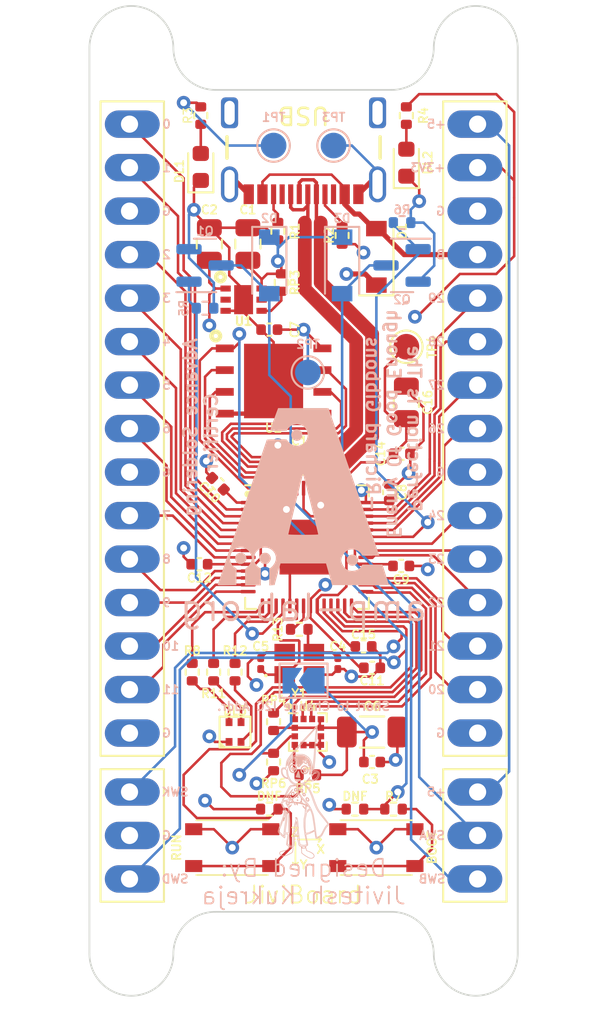
<source format=kicad_pcb>
(kicad_pcb (version 20240108) (generator "pcbnew") (generator_version "8.0")
  (layers (0 "F.Cu" signal) (1 "In1.Cu" power "GND.Cu") (2 "In2.Cu" power "PWR.Cu") (31 "B.Cu" signal) (34 "B.Paste" user) (35 "F.Paste" user) (36 "B.SilkS" user "B.Silkscreen") (37 "F.SilkS" user "F.Silkscreen") (38 "B.Mask" user) (39 "F.Mask" user) (44 "Edge.Cuts" user))
  (net 0 "")
  (net 1 "GND")
  (net 2 "+3.3V")
  (net 3 "Net-(C4-Pad1)")
  (net 4 "XIN")
  (net 5 "+1V1")
  (net 6 "VBUS")
  (net 7 "SW_B")
  (net 8 "SW_A")
  (net 9 "QSPI_SD3")
  (net 10 "QSPI_SCLK")
  (net 11 "QSPI_SD0")
  (net 12 "QSPI_SD2")
  (net 13 "QSPI_SD1")
  (net 14 "QSPI_SS")
  (net 15 "GPIO0")
  (net 16 "GPIO1")
  (net 17 "GPIO2")
  (net 18 "GPIO3")
  (net 19 "GPIO4")
  (net 20 "GPIO5")
  (net 21 "GPIO6")
  (net 22 "GPIO7")
  (net 23 "GPIO8")
  (net 24 "GPIO9")
  (net 25 "GPIO10")
  (net 26 "GPIO11")
  (net 27 "GPIO29")
  (net 28 "GPIO28")
  (net 29 "GPIO27")
  (net 30 "GPIO26")
  (net 31 "GPIO23")
  (net 32 "GPIO22")
  (net 33 "GPIO21")
  (net 34 "GPIO20")
  (net 35 "GPIO15")
  (net 36 "SWCLK")
  (net 37 "SWD")
  (net 38 "Net-(JP1-Pad2)")
  (net 39 "GPIO24")
  (net 40 "GPIO25")
  (net 41 "Net-(DL1-Pad2)")
  (net 42 "Net-(J1-PadB5)")
  (net 43 "Net-(J1-PadA5)")
  (net 44 "RUN")
  (net 45 "LED_B")
  (net 46 "LED_G")
  (net 47 "LED_R")
  (net 48 "XOUT")
  (net 49 "ACC_SCL")
  (net 50 "ACC_SDA")
  (net 51 "ACC_INT2")
  (net 52 "ACC_INT1")
  (net 53 "Net-(DL2-Pad2)")
  (net 54 "USB_D-")
  (net 55 "USB_D+")
  (net 58 "+5V")
  (net 59 "Net-(DL3-Pad2)")
  (net 60 "Net-(DL3-Pad3)")
  (net 61 "Net-(DL3-Pad4)")
  (net 62 "Net-(R7-Pad2)")
  (net 63 "Net-(RP3-Pad2)")
  (footprint "TLV75733PDRVR:SON65P200X200X80-7N" (layer "F.Cu") (at 145 92.25)
    (property "Reference" "U1")
    (property "Value" "TLV75733PDRVR" (hide yes))
  )
  (footprint "Package_LGA:LGA-12_2x2mm_P0.5mm" (layer "F.Cu") (at 148.75 117.5)
    (property "Reference" "U4")
    (property "Value" "LIS2HH12TR")
  )
  (footprint "Capacitor_SMD:C_0402_1005Metric" (layer "F.Cu") (at 154.23 101.25)
    (property "Reference" "C14")
    (property "Value" "100n")
  )
  (footprint "LIB_SMD_Pad_And_Pin:Smd_Pad_and_PinHeader_1x15_P2.54mm_Vertical" (layer "F.Cu") (at 138.5 82)
    (property "Reference" "J2" (hide yes))
    (property "Value" "Conn_01x15_Female")
  )
  (footprint "Resistor_SMD:R_0402_1005Metric" (layer "F.Cu") (at 146.5 122)
    (property "Reference" "RP2" (hide yes))
    (property "Value" "DNF")
  )
  (footprint "Resistor_SMD:R_0402_1005Metric" (layer "F.Cu") (at 148.25 111.5)
    (property "Reference" "R13")
    (property "Value" "1k")
  )
  (footprint "Capacitor_SMD:C_0402_1005Metric" (layer "F.Cu") (at 153.5 103.5 90)
    (property "Reference" "C8")
    (property "Value" "100n")
  )
  (footprint "Resistor_SMD:R_0402_1005Metric" (layer "F.Cu") (at 148.75 120)
    (property "Reference" "RP5")
    (property "Value" "10k")
  )
  (footprint "Capacitor_SMD:C_1206_3216Metric" (layer "F.Cu") (at 152.5 117.5)
    (property "Reference" "C6")
    (property "Value" "10u")
  )
  (footprint "ECS-120-10-36B2-CWY-TR:ECS1201036B2CWYTR" (layer "F.Cu") (at 148.25 113.5)
    (property "Reference" "Y1")
    (property "Value" "12MHz" (hide yes))
  )
  (footprint "LED_SMD:LED_0603_1608Metric" (layer "F.Cu") (at 154.5 84.25 90)
    (property "Reference" "DL2")
    (property "Value" "3V_LED")
  )
  (footprint "Resistor_SMD:R_0402_1005Metric" (layer "F.Cu") (at 151.5 122)
    (property "Reference" "RP1" (hide yes))
    (property "Value" "DNF")
  )
  (footprint "Capacitor_SMD:C_0402_1005Metric" (layer "F.Cu") (at 154.2 107.8)
    (property "Reference" "C9")
    (property "Value" "100n")
  )
  (footprint "PTS815_SJK_250_SMTR_LFS:PTS815SJK250SMTRLFS" (layer "F.Cu") (at 152.75 124.25)
    (property "Reference" "SW1" (hide yes))
    (property "Value" "BOOT")
  )
  (footprint "Capacitor_SMD:C_0402_1005Metric" (layer "F.Cu") (at 143.5 103 135)
    (property "Reference" "C10")
    (property "Value" "100n")
  )
  (footprint "Resistor_SMD:R_0402_1005Metric" (layer "F.Cu") (at 142 114 90)
    (property "Reference" "R8")
    (property "Value" "47")
  )
  (footprint "W25Q16JVZPIQ:SON127P600X500X80-9N-D" (layer "F.Cu") (at 146.75 97)
    (property "Reference" "U2")
    (property "Value" "W25Q16JVZPIQ" (hide yes))
  )
  (footprint "Resistor_SMD:R_0402_1005Metric" (layer "F.Cu") (at 147 88.25 -90)
    (property "Reference" "R1")
    (property "Value" "5.1k")
  )
  (footprint "Capacitor_SMD:C_0402_1005Metric" (layer "F.Cu") (at 148.5 101.25 180)
    (property "Reference" "C13")
    (property "Value" "100n")
  )
  (footprint "Resistor_SMD:R_0402_1005Metric" (layer "F.Cu") (at 142.5 81.5 -90)
    (property "Reference" "R3")
    (property "Value" "330")
  )
  (footprint "Resistor_SMD:R_0402_1005Metric" (layer "F.Cu") (at 153.75 122)
    (property "Reference" "R7")
    (property "Value" "1k")
  )
  (footprint "Resistor_SMD:R_0402_1005Metric" (layer "F.Cu") (at 154.5 81.5 -90)
    (property "Reference" "R4")
    (property "Value" "120")
  )
  (footprint "Resistor_SMD:R_0402_1005Metric" (layer "F.Cu") (at 150.75 88.5 -90)
    (property "Reference" "R2")
    (property "Value" "5.1k")
  )
  (footprint "Capacitor_SMD:C_0805_2012Metric" (layer "F.Cu") (at 154.5 98.25 90)
    (property "Reference" "C16")
    (property "Value" "1u")
  )
  (footprint "MountingHole:MountingHole_2.2mm_M2" (layer "F.Cu") (at 138.45 130.45)
    (property "Reference" "H2" (hide yes))
    (property "Value" "MountingHole")
  )
  (footprint "Capacitor_SMD:C_0402_1005Metric" (layer "F.Cu") (at 152.5 113.75)
    (property "Reference" "C11")
    (property "Value" "100n")
  )
  (footprint "Diode_SMD:D_SOD-123" (layer "F.Cu") (at 152.75 89.75 90)
    (property "Reference" "D1")
    (property "Value" "D_Schottky")
  )
  (footprint "LIB_SMD_Pad_And_Pin:Smd_Pad_and_PinHeader_1x3_P2.54mm_Vertical" (layer "F.Cu") (at 138.5 121)
    (property "Reference" "J4" (hide yes))
    (property "Value" "Conn_01x03_Female")
  )
  (footprint "LED_SMD:LED_0603_1608Metric" (layer "F.Cu") (at 142.5 84.5 90)
    (property "Reference" "DL1")
    (property "Value" "5V_LED")
  )
  (footprint "Resistor_SMD:R_0402_1005Metric" (layer "F.Cu") (at 146.75 119.25 90)
    (property "Reference" "RP6")
    (property "Value" "10k")
  )
  (footprint "Resistor_SMD:R_0402_1005Metric" (layer "F.Cu") (at 143.25 114 90)
    (property "Reference" "R11")
    (property "Value" "39")
  )
  (footprint "Capacitor_SMD:C_0805_2012Metric" (layer "F.Cu") (at 145.25 89 90)
    (property "Reference" "C1")
    (property "Value" "1u")
  )
  (footprint "PTS815_SJK_250_SMTR_LFS:PTS815SJK250SMTRLFS" (layer "F.Cu") (at 144.3375 124.25)
    (property "Reference" "SW2" (hide yes))
    (property "Value" "RUN")
  )
  (footprint "CLMUD-FKC_PLCC4:CLMUD-FKC_PLCC4" (layer "F.Cu") (at 144.5 117.5 90)
    (property "Reference" "DL3")
    (property "Value" "LED_ARGB")
  )
  (footprint "MountingHole:MountingHole_2.2mm_M2" (layer "F.Cu") (at 138.45 77.55)
    (property "Reference" "H1" (hide yes))
    (property "Value" "MountingHole")
  )
  (footprint "Capacitor_SMD:C_0402_1005Metric" (layer "F.Cu") (at 146.5 94 180)
    (property "Reference" "C7")
    (property "Value" "100n")
  )
  (footprint "USB4105_GF_A:GCT_USB4105-GF-A" (layer "F.Cu") (at 148.5 81.3375 180)
    (property "Reference" "J1" (hide yes))
    (property "Value" "TYPE-C-31-M-12")
  )
  (footprint "TestPoint:TestPoint_Pad_D1.5mm" (layer "F.Cu") (at 154.5 95)
    (property "Reference" "TP4")
    (property "Value" "TestPoint")
  )
  (footprint "MountingHole:MountingHole_2.2mm_M2" (layer "F.Cu") (at 158.55 77.5)
    (property "Reference" "H3" (hide yes))
    (property "Value" "MountingHole")
  )
  (footprint "Capacitor_SMD:C_0201_0603Metric" (layer "F.Cu") (at 150.5 113.5 -90)
    (property "Reference" "C4")
    (property "Value" "10p")
  )
  (footprint "LOGO" (layer "F.Cu") (at 148.75 124.5 -90)
    (property "Reference" "G***" (hide yes))
    (property "Value" "LOGO" (hide yes))
  )
  (footprint "Resistor_SMD:R_0402_1005Metric" (layer "F.Cu") (at 147.2 91.25 -90)
    (property "Reference" "RP3")
    (property "Value" "10k(FSD)")
  )
  (footprint "MountingHole:MountingHole_2.2mm_M2" (layer "F.Cu") (at 158.55 130.45)
    (property "Reference" "H4" (hide yes))
    (property "Value" "MountingHole")
  )
  (footprint "Resistor_SMD:R_0402_1005Metric" (layer "F.Cu") (at 146.75 116.9 -90)
    (property "Reference" "RP4")
    (property "Value" "10k")
  )
  (footprint "Capacitor_SMD:C_0402_1005Metric" (layer "F.Cu") (at 152 112.5)
    (property "Reference" "C15")
    (property "Value" "100n")
  )
  (footprint "Capacitor_SMD:C_0201_0603Metric" (layer "F.Cu") (at 146 113.5 90)
    (property "Reference" "C5")
    (property "Value" "10p")
  )
  (footprint "Capacitor_SMD:C_0402_1005Metric" (layer "F.Cu") (at 152.5 119.25)
    (property "Reference" "C3")
    (property "Value" "100n")
  )
  (footprint "Resistor_SMD:R_0402_1005Metric" (layer "F.Cu") (at 144.5 114 90)
    (property "Reference" "R12")
    (property "Value" "82")
  )
  (footprint "Capacitor_SMD:C_0402_1005Metric" (layer "F.Cu") (at 142.42 107.7 180)
    (property "Reference" "C12")
    (property "Value" "100n")
  )
  (footprint "Capacitor_SMD:C_0805_2012Metric" (layer "F.Cu") (at 143 89 90)
    (property "Reference" "C2")
    (property "Value" "1u")
  )
  (footprint "Package_DFN_QFN:QFN-56-1EP_7x7mm_P0.4mm_EP3.2x3.2mm" (layer "F.Cu") (at 148.7 106.7)
    (property "Reference" "U3" (hide yes))
    (property "Value" "RP2040")
  )
  (footprint "Diode_SMD:D_SOD-123" (layer "B.Cu") (at 146.5 90.25 -90)
    (property "Reference" "D2")
    (property "Value" "D_Schottky")
  )
  (footprint "TestPoint:TestPoint_Pad_D1.5mm" (layer "B.Cu") (at 146.75 83.25 180)
    (property "Reference" "TP1")
    (property "Value" "TestPoint")
  )
  (footprint "Diode_SMD:D_SOD-123" (layer "B.Cu") (at 150.75 90.25 -90)
    (property "Reference" "D3")
    (property "Value" "D_Schottky")
  )
  (footprint "LIB_SMD_Pad_And_Pin:Smd_Pad_and_PinHeader_1x15_P2.54mm_Vertical" (layer "B.Cu") (at 158.5 82 180)
    (property "Reference" "J3" (hide yes))
    (property "Value" "Conn_01x15_Female")
  )
  (footprint "Resistor_SMD:R_0402_1005Metric" (layer "B.Cu") (at 142.75 92.75)
    (property "Reference" "R5")
    (property "Value" "10k")
  )
  (footprint "Package_TO_SOT_SMD:SOT-23" (layer "B.Cu") (at 154.25 90.25 180)
    (property "Reference" "Q2")
    (property "Value" "2N7002L")
  )
  (footprint "TestPoint:TestPoint_Pad_D1.5mm" (layer "B.Cu") (at 150.25 83.25 180)
    (property "Reference" "TP3")
    (property "Value" "TestPoint")
  )
  (footprint "LOGO" (layer "B.Cu") (at 148.5 103.75 180)
    (property "Reference" "G***" (hide yes))
    (property "Value" "LOGO" (hide yes))
  )
  (footprint "Jumper:SolderJumper-2_P1.3mm_Open_TrianglePad1.0x1.5mm" (layer "B.Cu") (at 148.5 114.5 180)
    (property "Reference" "JP1" (hide yes))
    (property "Value" "SolderJumper_2_Open")
  )
  (footprint "TestPoint:TestPoint_Pad_D1.5mm" (layer "B.Cu") (at 148.75 96.5 180)
    (property "Reference" "TP2")
    (property "Value" "TestPoint")
  )
  (footprint "Package_TO_SOT_SMD:SOT-23" (layer "B.Cu") (at 142.75 90.25)
    (property "Reference" "Q1")
    (property "Value" "2N7002L")
  )
  (footprint "LIB_SMD_Pad_And_Pin:Smd_Pad_and_PinHeader_1x3_P2.54mm_Vertical" (layer "B.Cu") (at 158.5 121 180)
    (property "Reference" "J5" (hide yes))
    (property "Value" "Conn_01x03_Female")
  )
  (footprint "Resistor_SMD:R_0402_1005Metric" (layer "B.Cu") (at 154.25 87.75)
    (property "Reference" "R6")
    (property "Value" "10k")
  )
  (footprint "LOGO" (layer "B.Cu") (at 148.5 121 180)
    (property "Reference" "G1" (hide yes))
    (property "Value" "LOGO" (hide yes))
  )
  (gr_circle (center 145.25 103.6) (end 145.4 103.6) (stroke (width 0.1)) (fill solid) (layer "F.SilkS"))
  (gr_circle (center 147.65 116) (end 147.8 116) (stroke (width 0.1)) (fill solid) (layer "F.SilkS"))
  (gr_arc (start 143.35 80) (mid 141.617588 79.282412) (end 140.9 77.55) (stroke (width 0.1)) (layer "Edge.Cuts"))
  (gr_line (start 143.35 128) (end 153.65 128) (stroke (width 0.1)) (layer "Edge.Cuts"))
  (gr_arc (start 140.9 130.45) (mid 141.617588 128.717588) (end 143.35 128) (stroke (width 0.1)) (layer "Edge.Cuts"))
  (gr_line (start 161 128) (end 161 128) (stroke (width 0.1)) (layer "Edge.Cuts"))
  (gr_arc (start 156.1 77.55) (mid 155.382412 79.282412) (end 153.65 80) (stroke (width 0.1)) (layer "Edge.Cuts"))
  (gr_line (start 136 77.55) (end 136 130.45) (stroke (width 0.1)) (layer "Edge.Cuts"))
  (gr_arc (start 161 130.45) (mid 158.55 132.9) (end 156.1 130.45) (stroke (width 0.1)) (layer "Edge.Cuts"))
  (gr_line (start 143.35 80) (end 153.65 80) (stroke (width 0.1)) (layer "Edge.Cuts"))
  (gr_arc (start 156.1 77.55) (mid 158.55 75.1) (end 161 77.55) (stroke (width 0.1)) (layer "Edge.Cuts"))
  (gr_line (start 161 130.45) (end 161 77.55) (stroke (width 0.1)) (layer "Edge.Cuts"))
  (gr_arc (start 136 77.55) (mid 138.45 75.1) (end 140.9 77.55) (stroke (width 0.1)) (layer "Edge.Cuts"))
  (gr_arc (start 153.65 128) (mid 155.378754 128.721246) (end 156.1 130.45) (stroke (width 0.1)) (layer "Edge.Cuts"))
  (gr_arc (start 140.9 130.45) (mid 138.45 132.9) (end 136 130.45) (stroke (width 0.1)) (layer "Edge.Cuts"))
  (gr_text "2" (at 140.5 89.62 0) (layer "B.SilkS") (effects (font (size 0.5 0.5) (thickness 0.1)) (justify mirror)))
  (gr_text "Perfection Is The \nEnemy Of Good Enough\n-Richard Gibbons" (at 153.75 99.5 -90) (layer "B.SilkS") (effects (font (size 0.75 0.75)) (justify mirror)))
  (gr_text "G" (at 140.5 87.08 0) (layer "B.SilkS") (effects (font (size 0.5 0.5) (thickness 0.1)) (justify mirror)))
  (gr_text "G" (at 140.5 117.56 0) (layer "B.SilkS") (effects (font (size 0.5 0.5) (thickness 0.1)) (justify mirror)))
  (gr_text "9" (at 140.5 109.94 0) (layer "B.SilkS") (effects (font (size 0.5 0.5) (thickness 0.1)) (justify mirror)))
  (gr_text "8" (at 140.5 107.4 0) (layer "B.SilkS") (effects (font (size 0.5 0.5) (thickness 0.1)) (justify mirror)))
  (gr_text "G" (at 156.5 87.08 0) (layer "B.SilkS") (effects (font (size 0.5 0.5) (thickness 0.1)) (justify mirror)))
  (gr_text "Short to Change I2C Addr." (at 148.5 116 0) (layer "B.SilkS") (effects (font (size 0.5 0.5) (thickness 0.1)) (justify mirror)))
  (gr_text "26" (at 156.25 99.78 0) (layer "B.SilkS") (effects (font (size 0.5 0.5) (thickness 0.1)) (justify mirror)))
  (gr_text "27" (at 156.25 97.24 0) (layer "B.SilkS") (effects (font (size 0.5 0.5) (thickness 0.1)) (justify mirror)))
  (gr_text "28" (at 156.25 94.7 0) (layer "B.SilkS") (effects (font (size 0.5 0.5) (thickness 0.1)) (justify mirror)))
  (gr_text "22" (at 156.25 109.94 0) (layer "B.SilkS") (effects (font (size 0.5 0.5) (thickness 0.1)) (justify mirror)))
  (gr_text "G" (at 140.5 123.54 0) (layer "B.SilkS") (effects (font (size 0.5 0.5) (thickness 0.1)) (justify mirror)))
  (gr_text "3" (at 140.5 92.16 0) (layer "B.SilkS") (effects (font (size 0.5 0.5) (thickness 0.1)) (justify mirror)))
  (gr_text "23" (at 156.25 107.4 0) (layer "B.SilkS") (effects (font (size 0.5 0.5) (thickness 0.1)) (justify mirror)))
  (gr_text "SWB" (at 156 126.08 0) (layer "B.SilkS") (effects (font (size 0.5 0.5) (thickness 0.1)) (justify mirror)))
  (gr_text "4" (at 140.5 94.7 0) (layer "B.SilkS") (effects (font (size 0.5 0.5) (thickness 0.1)) (justify mirror)))
  (gr_text "+5" (at 156.25 82 0) (layer "B.SilkS") (effects (font (size 0.5 0.5) (thickness 0.1)) (justify mirror)))
  (gr_text "G" (at 156.5 102.32 0) (layer "B.SilkS") (effects (font (size 0.5 0.5) (thickness 0.1)) (justify mirror)))
  (gr_text "1" (at 140.5 84.54 0) (layer "B.SilkS") (effects (font (size 0.5 0.5) (thickness 0.1)) (justify mirror)))
  (gr_text "20" (at 156.25 115.02 0) (layer "B.SilkS") (effects (font (size 0.5 0.5) (thickness 0.1)) (justify mirror)))
  (gr_text "B" (at 156.5 89.62 0) (layer "B.SilkS") (effects (font (size 0.5 0.5) (thickness 0.1)) (justify mirror)))
  (gr_text "SWD" (at 141 126.08 0) (layer "B.SilkS") (effects (font (size 0.5 0.5) (thickness 0.1)) (justify mirror)))
  (gr_text "24" (at 156.25 104.86 0) (layer "B.SilkS") (effects (font (size 0.5 0.5) (thickness 0.1)) (justify mirror)))
  (gr_text "+3V3" (at 155.75 84.54 0) (layer "B.SilkS") (effects (font (size 0.5 0.5) (thickness 0.1)) (justify mirror)))
  (gr_text "G" (at 156.5 117.56 0) (layer "B.SilkS") (effects (font (size 0.5 0.5) (thickness 0.1)) (justify mirror)))
  (gr_text "5" (at 140.5 97.24 0) (layer "B.SilkS") (effects (font (size 0.5 0.5) (thickness 0.1)) (justify mirror)))
  (gr_text "G" (at 140.5 102.32 0) (layer "B.SilkS") (effects (font (size 0.5 0.5) (thickness 0.1)) (justify mirror)))
  (gr_text "+5" (at 156.25 121 0) (layer "B.SilkS") (effects (font (size 0.5 0.5) (thickness 0.1)) (justify mirror)))
  (gr_text "10" (at 140.75 112.48 0) (layer "B.SilkS") (effects (font (size 0.5 0.5) (thickness 0.1)) (justify mirror)))
  (gr_text "29" (at 156.25 92.16 0) (layer "B.SilkS") (effects (font (size 0.5 0.5) (thickness 0.1)) (justify mirror)))
  (gr_text "11" (at 140.75 115.02 0) (layer "B.SilkS") (effects (font (size 0.5 0.5) (thickness 0.1)) (justify mirror)))
  (gr_text "amp-lab.org" (at 148.5 110.25 0) (layer "B.SilkS") (effects (font (size 1.5 1.5) (thickness 0.175)) (justify mirror)))
  (gr_text "Designed By:\nJivitesh Kukreja" (at 148.5 126.25 0) (layer "B.SilkS") (effects (font (size 1 1) (thickness 0.1)) (justify mirror)))
  (gr_text "SWA" (at 156 123.54 0) (layer "B.SilkS") (effects (font (size 0.5 0.5) (thickness 0.1)) (justify mirror)))
  (gr_text "7" (at 140.5 104.86 0) (layer "B.SilkS") (effects (font (size 0.5 0.5) (thickness 0.1)) (justify mirror)))
  (gr_text "0" (at 140.5 82 0) (layer "B.SilkS") (effects (font (size 0.5 0.5) (thickness 0.1)) (justify mirror)))
  (gr_text "6" (at 140.5 99.78 0) (layer "B.SilkS") (effects (font (size 0.5 0.5) (thickness 0.1)) (justify mirror)))
  (gr_text "Advance Soldering \nCertifier" (at 142.5 100 90) (layer "B.SilkS") (effects (font (size 0.75 0.75)) (justify mirror)))
  (gr_text "SWK" (at 141 121 0) (layer "B.SilkS") (effects (font (size 0.5 0.5) (thickness 0.1)) (justify mirror)))
  (gr_text "21" (at 156.25 112.48 0) (layer "B.SilkS") (effects (font (size 0.5 0.5) (thickness 0.1)) (justify mirror)))
  (gr_text "X" (at 149.5 124.35 0) (layer "F.SilkS") (effects (font (size 0.5 0.5) (thickness 0.1))))
  (gr_text "JiviBoard" (at 148.5 127 0) (layer "F.SilkS") (effects (font (size 1 1) (thickness 0.1))))
  (gr_text "Z" (at 148 123.35 0) (layer "F.SilkS") (effects (font (size 0.5 0.5) (thickness 0.1))))
  (gr_text "Y" (at 148.5 125.25 0) (layer "F.SilkS") (effects (font (size 0.5 0.5) (thickness 0.1))))
  (segment (start 142.1015 87.1515) (end 143 88.05) (width 0.15) (layer "F.Cu") (net 1))
  (segment (start 143 88.05) (end 145.25 88.05) (width 0.15) (layer "F.Cu") (net 1))
  (segment (start 141.5 106.75) (end 141.5 107.26) (width 0.15) (layer "F.Cu") (net 1))
  (segment (start 152.468 114.262) (end 152.98 113.75) (width 0.15) (layer "F.Cu") (net 1))
  (segment (start 145 91.671) (end 144.162188 90.833188) (width 0.15) (layer "F.Cu") (net 1))
  (segment (start 145.3 86.0925) (end 144.18 84.9725) (width 0.3) (layer "F.Cu") (net 1))
  (segment (start 151.293546 114.25) (end 151.305546 114.262) (width 0.15) (layer "F.Cu") (net 1))
  (segment (start 146.02 94) (end 145 92.98) (width 0.15) (layer "F.Cu") (net 1))
  (segment (start 151.7 86.0925) (end 152.82 84.9725) (width 0.3) (layer "F.Cu") (net 1))
  (segment (start 152.98 113) (end 152.48 112.5) (width 0.15) (layer "F.Cu") (net 1))
  (segment (start 149.1 114.15) (end 150.17 114.15) (width 0.15) (layer "F.Cu") (net 1))
  (segment (start 149.450001 118.250001) (end 149.450001 118.700001) (width 0.15) (layer "F.Cu") (net 1))
  (segment (start 154.5 97.55) (end 155.5 98.55) (width 0.15) (layer "F.Cu") (net 1))
  (segment (start 148.7 106.7) (end 147.5 105.5) (width 0.25) (layer "F.Cu") (net 1))
  (segment (start 154.5 85.0375) (end 155.25 85.7875) (width 0.15) (layer "F.Cu") (net 1))
  (segment (start 151.675 123.175) (end 152.75 124.25) (width 0.15) (layer "F.Cu") (net 1))
  (segment (start 145 92.98) (end 145 92.25) (width 0.15) (layer "F.Cu") (net 1))
  (segment (start 147.5 105.5) (end 147.5 104.5) (width 0.25) (layer "F.Cu") (net 1))
  (segment (start 150.75 89.01) (end 151.51 89.01) (width 0.15) (layer "F.Cu") (net 1))
  (segment (start 149.450001 118.700001) (end 150 119.25) (width 0.15) (layer "F.Cu") (net 1))
  (segment (start 144.3375 124.25) (end 145.4125 123.175) (width 0.15) (layer "F.Cu") (net 1))
  (segment (start 150.863546 113.82) (end 150.5 113.82) (width 0.15) (layer "F.Cu") (net 1))
  (segment (start 147.52 100.75) (end 148.02 101.25) (width 0.15) (layer "F.Cu") (net 1))
  (segment (start 146 113.18) (end 146.33 112.85) (width 0.15) (layer "F.Cu") (net 1))
  (segment (start 150.5 123.175) (end 151.675 123.175) (width 0.15) (layer "F.Cu") (net 1))
  (segment (start 145 92.25) (end 145 91.671) (width 0.15) (layer "F.Cu") (net 1))
  (segment (start 152.98 113.75) (end 152.98 113) (width 0.15) (layer "F.Cu") (net 1))
  (segment (start 147.5 107.9) (end 148.7 106.7) (width 0.3) (layer "F.Cu") (net 1))
  (segment (start 155.5 100.48) (end 154.73 101.25) (width 0.15) (layer "F.Cu") (net 1))
  (segment (start 146.33 112.85) (end 147.4 112.85) (width 0.15) (layer "F.Cu") (net 1))
  (segment (start 155.75 108) (end 155.55 107.8) (width 0.15) (layer "F.Cu") (net 1))
  (segment (start 142.0875 123.175) (end 143.2625 123.175) (width 0.15) (layer "F.Cu") (net 1))
  (segment (start 149.450001 118.250001) (end 149.450001 117.75) (width 0.15) (layer "F.Cu") (net 1))
  (segment (start 143.160589 102.660589) (end 142.824675 102.324675) (width 0.15) (layer "F.Cu") (net 1))
  (segment (start 151.305546 114.262) (end 152.468 114.262) (width 0.15) (layer "F.Cu") (net 1))
  (segment (start 145.25 88.05) (end 146.29 88.05) (width 0.15) (layer "F.Cu") (net 1))
  (segment (start 142.1015 85.686) (end 142.1015 87) (width 0.15) (layer "F.Cu") (net 1))
  (segment (start 147 100.75) (end 147.52 100.75) (width 0.15) (layer "F.Cu") (net 1))
  (segment (start 142.824675 102.324675) (end 142.824675 101.675325) (width 0.15) (layer "F.Cu") (net 1))
  (segment (start 147.7 110.1375) (end 147.7 107.7) (width 0.15) (layer "F.Cu") (net 1))
  (segment (start 153.75 119.25) (end 153.875 119.125) (width 0.15) (layer "F.Cu") (net 1))
  (segment (start 143.95 92.9) (end 145 92.9) (width 0.15) (layer "F.Cu") (net 1))
  (segment (start 146.75 94.73) (end 146.02 94) (width 0.15) (layer "F.Cu") (net 1))
  (segment (start 148.95 118.250001) (end 148.45 118.250001) (width 0.15) (layer "F.Cu") (net 1))
  (segment (start 153.5 103.02) (end 153.99 103.02) (width 0.15) (layer "F.Cu") (net 1))
  (segment (start 145.75 120.5) (end 146.01 120.5) (width 0.15) (layer "F.Cu") (net 1))
  (segment (start 145.57 113.18) (end 145.25 113.5) (width 0.15) (layer "F.Cu") (net 1))
  (segment (start 146.01 120.5) (end 146.75 119.76) (width 0.15) (layer "F.Cu") (net 1))
  (segment (start 155.25 85.7875) (end 155.25 86.5) (width 0.15) (layer "F.Cu") (net 1))
  (segment (start 146.29 88.05) (end 147 88.76) (width 0.15) (layer "F.Cu") (net 1))
  (segment (start 142.1015 87) (end 142.1015 87.1515) (width 0.3) (layer "F.Cu") (net 1))
  (segment (start 142.5 85.2875) (end 142.1015 85.686) (width 0.15) (layer "F.Cu") (net 1))
  (segment (start 152.98 119.25) (end 153.75 119.25) (width 0.15) (layer "F.Cu") (net 1))
  (segment (start 141.5 107.26) (end 141.94 107.7) (width 0.15) (layer "F.Cu") (net 1))
  (segment (start 155.55 107.8) (end 154.68 107.8) (width 0.15) (layer "F.Cu") (net 1))
  (segment (start 153.975 117.5) (end 153.975 119.025) (width 0.15) (layer "F.Cu") (net 1))
  (segment (start 151.51 89.01) (end 152 89.5) (width 0.15) (layer "F.Cu") (net 1))
  (segment (start 151.293546 114.25) (end 150.863546 113.82) (width 0.15) (layer "F.Cu") (net 1))
  (segment (start 143.2625 123.175) (end 144.3375 124.25) (width 0.15) (layer "F.Cu") (net 1))
  (segment (start 153.875 119.125) (end 153.975 119.025) (width 0.15) (layer "F.Cu") (net 1))
  (segment (start 145.4125 123.175) (end 146.5875 123.175) (width 0.15) (layer "F.Cu") (net 1))
  (segment (start 153.99 103.02) (end 154.63 102.38) (width 0.15) (layer "F.Cu") (net 1))
  (segment (start 144.162188 90.833188) (end 144.162188 89.212188) (width 0.15) (layer "F.Cu") (net 1))
  (segment (start 145.25 113.5) (end 145.25 114.25) (width 0.15) (layer "F.Cu") (net 1))
  (segment (start 143.9 98.905) (end 146.75 98.905) (width 0.25) (layer "F.Cu") (net 1))
  (segment (start 154.73 102.28) (end 154.73 101.25) (width 0.15) (layer "F.Cu") (net 1))
  (segment (start 145.25 114.25) (end 145.75 114.75) (width 0.15) (layer "F.Cu") (net 1))
  (segment (start 150.17 114.15) (end 150.5 113.82) (width 0.15) (layer "F.Cu") (net 1))
  (segment (start 146.75 97) (end 146.75 94.73) (width 0.15) (layer "F.Cu") (net 1))
  (segment (start 147.7 107.7) (end 148.7 106.7) (width 0.15) (layer "F.Cu") (net 1))
  (segment (start 149.450001 118.250001) (end 148.95 118.250001) (width 0.15) (layer "F.Cu") (net 1))
  (segment (start 144.162188 89.212188) (end 143 88.05) (width 0.15) (layer "F.Cu") (net 1))
  (segment (start 154.63 102.38) (end 154.73 102.28) (width 0.15) (layer "F.Cu") (net 1))
  (segment (start 152.75 124.25) (end 153.825 123.175) (width 0.15) (layer "F.Cu") (net 1))
  (segment (start 153.825 123.175) (end 155 123.175) (width 0.15) (layer "F.Cu") (net 1))
  (segment (start 146 113.18) (end 145.57 113.18) (width 0.15) (layer "F.Cu") (net 1))
  (segment (start 155.5 98.55) (end 155.5 100.48) (width 0.15) (layer "F.Cu") (net 1))
  (via (at 154.63 102.38) (size 0.8) (drill 0.4) (layers "F.Cu" "B.Cu") (net 1))
  (via (at 155.75 108) (size 0.8) (drill 0.4) (layers "F.Cu" "B.Cu") (net 1))
  (via (at 142.824675 101.675325) (size 0.8) (drill 0.4) (layers "F.Cu" "B.Cu") (net 1))
  (via (at 151.293546 114.25) (size 0.8) (drill 0.4) (layers "F.Cu" "B.Cu") (net 1))
  (via (at 152.75 124.25) (size 0.8) (drill 0.4) (layers "F.Cu" "B.Cu") (net 1))
  (via (at 142.1015 87) (size 0.8) (drill 0.4) (layers "F.Cu" "B.Cu") (net 1))
  (via (at 141.5 106.75) (size 0.8) (drill 0.4) (layers "F.Cu" "B.Cu") (net 1))
  (via (at 147.5 104.5) (size 0.8) (drill 0.4) (layers "F.Cu" "B.Cu") (net 1))
  (via (at 155.25 86.5) (size 0.8) (drill 0.4) (layers "F.Cu" "B.Cu") (net 1))
  (via (at 145.75 120.5) (size 0.8) (drill 0.4) (layers "F.Cu" "B.Cu") (net 1))
  (via (at 150 119.25) (size 0.8) (drill 0.4) (layers "F.Cu" "B.Cu") (net 1))
  (via (at 144.3375 124.25) (size 0.8) (drill 0.4) (layers "F.Cu" "B.Cu") (net 1))
  (via (at 153.875 119.125) (size 0.8) (drill 0.4) (layers "F.Cu" "B.Cu") (net 1))
  (via (at 147 100.75) (size 0.8) (drill 0.4) (layers "F.Cu" "B.Cu") (net 1))
  (via (at 145.75 114.75) (size 0.8) (drill 0.4) (layers "F.Cu" "B.Cu") (net 1))
  (via (at 152 89.5) (size 0.8) (drill 0.4) (layers "F.Cu" "B.Cu") (net 1))
  (segment (start 143.26 91.26) (end 141.8125 89.8125) (width 0.15) (layer "B.Cu") (net 1))
  (segment (start 155.1875 91.2) (end 156.127 90.2605) (width 0.15) (layer "B.Cu") (net 1))
  (segment (start 155.5 87.75) (end 154.76 87.75) (width 0.15) (layer "B.Cu") (net 1))
  (segment (start 141.8125 87.289) (end 142.1015 87) (width 0.15) (layer "B.Cu") (net 1))
  (segment (start 151.319558 83.25) (end 152.82 84.750442) (width 0.15) (layer "B.Cu") (net 1))
  (segment (start 154.76 86.99) (end 155.25 86.5) (width 0.15) (layer "B.Cu") (net 1))
  (segment (start 154.76 87.75) (end 154.76 86.99) (width 0.15) (layer "B.Cu") (net 1))
  (segment (start 152.82 84.750442) (end 152.82 85.5175) (width 0.15) (layer "B.Cu") (net 1))
  (segment (start 141.8125 89.8125) (end 141.8125 89.3) (width 0.15) (layer "B.Cu") (net 1))
  (segment (start 156.127 88.377) (end 155.5 87.75) (width 0.15) (layer "B.Cu") (net 1))
  (segment (start 150.25 83.25) (end 151.319558 83.25) (width 0.15) (layer "B.Cu") (net 1))
  (segment (start 156.127 90.2605) (end 156.127 88.377) (width 0.15) (layer "B.Cu") (net 1))
  (segment (start 141.8125 89.3) (end 141.8125 87.289) (width 0.15) (layer "B.Cu") (net 1))
  (segment (start 143.26 92.75) (end 143.26 91.26) (width 0.15) (layer "B.Cu") (net 1))
  (segment (start 145.2625 104.1) (end 145.656382 104.1) (width 0.15) (layer "F.Cu") (net 2))
  (segment (start 145.656382 107.7) (end 145.2625 107.7) (width 0.15) (layer "F.Cu") (net 2))
  (segment (start 151.025 117.5) (end 151.025 119.725) (width 0.15) (layer "F.Cu") (net 2))
  (segment (start 154.5 80.99) (end 155.24 80.25) (width 0.15) (layer "F.Cu") (net 2))
  (segment (start 160.795022 81.295022) (end 160.795022 86.295022) (width 0.15) (layer "F.Cu") (net 2))
  (segment (start 149.422618 109.221) (end 148.9 109.743618) (width 0.15) (layer "F.Cu") (net 2))
  (segment (start 142.75 121.5) (end 143.25 122) (width 0.15) (layer "F.Cu") (net 2))
  (segment (start 146.25 107.606382) (end 146.25 108.25) (width 0.15) (layer "F.Cu") (net 2))
  (segment (start 149.3 103.656382) (end 149.5 103.856382) (width 0.15) (layer "F.Cu") (net 2))
  (segment (start 155 93.25) (end 155.122247 93.25) (width 0.25) (layer "F.Cu") (net 2))
  (segment (start 152.1375 103.6375) (end 151.875 103.375) (width 0.15) (layer "F.Cu") (net 2))
  (segment (start 151.498 107.498) (end 151.498 104.345618) (width 0.15) (layer "F.Cu") (net 2))
  (segment (start 151.025 119.725) (end 150.75 120) (width 0.15) (layer "F.Cu") (net 2))
  (segment (start 149.450001 117.25) (end 149.450001 116.749999) (width 0.15) (layer "F.Cu") (net 2))
  (segment (start 146 107.356382) (end 145.656382 107.7) (width 0.15) (layer "F.Cu") (net 2))
  (segment (start 143.95 91.6) (end 143.35 91.6) (width 0.15) (layer "F.Cu") (net 2))
  (segment (start 151.7 107.7) (end 151.498 107.498) (width 0.15) (layer "F.Cu") (net 2))
  (segment (start 151.875 103.375) (end 151.7625 103.2625) (width 0.15) (layer "F.Cu") (net 2))
  (segment (start 148.9 101.33) (end 148.9 103.2625) (width 0.15) (layer "F.Cu") (net 2))
  (segment (start 150.9 103.2625) (end 151.241369 103.2625) (width 0.15) (layer "F.Cu") (net 2))
  (segment (start 149.3 103.2625) (end 149.3 101.57) (width 0.15) (layer "F.Cu") (net 2))
  (segment (start 146.91 117.25) (end 146.75 117.41) (width 0.15) (layer "F.Cu") (net 2))
  (segment (start 151.498 104.345618) (end 151.743618 104.1) (width 0.15) (layer "F.Cu") (net 2))
  (segment (start 159.75 80.25) (end 160.795022 81.295022) (width 0.15) (layer "F.Cu") (net 2))
  (segment (start 149.773992 108.8965) (end 149.449492 109.221) (width 0.15) (layer "F.Cu") (net 2))
  (segment (start 144.15 118.075) (end 143.325 118.075) (width 0.15) (layer "F.Cu") (net 2))
  (segment (start 153.38 104.1) (end 153.5 103.98) (width 0.15) (layer "F.Cu") (net 2))
  (segment (start 146 104.443618) (end 146 107.356382) (width 0.15) (layer "F.Cu") (net 2))
  (segment (start 146.98 94) (end 148.505 94) (width 0.15) (layer "F.Cu") (net 2))
  (segment (start 159.75 90.75) (end 160.795022 89.704978) (width 0.15) (layer "F.Cu") (net 2))
  (segment (start 151.7625 103.2625) (end 151.3 103.2625) (width 0.15) (layer "F.Cu") (net 2))
  (segment (start 144.6 104.1) (end 145.2625 104.1) (width 0.15) (layer "F.Cu") (net 2))
  (segment (start 143 93.75) (end 143 91.95) (width 0.15) (layer "F.Cu") (net 2))
  (segment (start 149.449492 109.221) (end 149.422618 109.221) (width 0.15) (layer "F.Cu") (net 2))
  (segment (start 147.9875 117.25) (end 146.91 117.25) (width 0.15) (layer "F.Cu") (net 2))
  (segment (start 150.775 117.25) (end 151.025 117.5) (width 0.15) (layer "F.Cu") (net 2))
  (segment (start 146 107.356382) (end 146.25 107.606382) (width 0.15) (layer "F.Cu") (net 2))
  (segment (start 152.1375 107.7) (end 153.62 107.7) (width 0.15) (layer "F.Cu") (net 2))
  (segment (start 150.75 120) (end 149.26 120) (width 0.15) (layer "F.Cu") (net 2))
  (segment (start 151.80659 113.75) (end 152.02 113.75) (width 0.15) (layer "F.Cu") (net 2))
  (segment (start 150.9 103.2625) (end 151.3 103.2625) (width 0.15) (layer "F.Cu") (net 2))
  (segment (start 148.9 110.1375) (end 148.9 110.84341) (width 0.15) (layer "F.Cu") (net 2))
  (segment (start 155.122247 93.25) (end 157.622247 90.75) (width 0.15) (layer "F.Cu") (net 2))
  (segment (start 149.3 101.57) (end 148.98 101.25) (width 0.15) (layer "F.Cu") (net 2))
  (segment (start 155.24 80.25) (end 159.75 80.25) (width 0.15) (layer "F.Cu") (net 2))
  (segment (start 143.325 118.075) (end 143 117.75) (width 0.15) (layer "F.Cu") (net 2))
  (segment (start 148.505 94) (end 149.6 95.095) (width 0.15) (layer "F.Cu") (net 2))
  (segment (start 152.1375 104.1) (end 152.1375 103.6375) (width 0.15) (layer "F.Cu") (net 2))
  (segment (start 143 91.25) (end 143 89.95) (width 0.15) (layer "F.Cu") (net 2))
  (segment (start 143.35 91.6) (end 143 91.25) (width 0.15) (layer "F.Cu") (net 2))
  (segment (start 148.98 101.25) (end 148.9 101.33) (width 0.15) (layer "F.Cu") (net 2))
  (segment (start 153.62 107.7) (end 153.72 107.8) (width 0.15) (layer "F.Cu") (net 2))
  (segment (start 143.25 122) (end 145.99 122) (width 0.15) (layer "F.Cu") (net 2))
  (segment (start 148.9 110.84341) (end 151.80659 113.75) (width 0.15) (layer "F.Cu") (net 2))
  (segment (start 152.02 117.98) (end 152.5 117.5) (width 0.15) (layer "F.Cu") (net 2))
  (segment (start 152.02 119.25) (end 152.02 117.98) (width 0.15) (layer "F.Cu") (net 2))
  (segment (start 160.04 84.54) (end 158.66 84.54) (width 0.15) (layer "F.Cu") (net 2))
  (segment (start 149.5 103.856382) (end 149.5 104.25) (width 0.15) (layer "F.Cu") (net 2))
  (segment (start 145.656382 104.1) (end 146 104.443618) (width 0.15) (layer "F.Cu") (net 2))
  (segment (start 143 91.95) (end 143.35 91.6) (width 0.15) (layer "F.Cu") (net 2))
  (segment (start 157.622247 90.75) (end 159.75 90.75) (width 0.15) (layer "F.Cu") (net 2))
  (segment (start 142.9 107.7) (end 145.2625 107.7) (width 0.15) (layer "F.Cu") (net 2))
  (segment (start 160.795022 85.295022) (end 160.04 84.54) (width 0.15) (layer "F.Cu") (net 2))
  (segment (start 150.25 122) (end 150 121.75) (width 0.15) (layer "F.Cu") (net 2))
  (segment (start 147.949999 117.25) (end 149.450001 117.25) (width 0.15) (layer "F.Cu") (net 2))
  (segment (start 152.5 117.5) (end 151.025 117.5) (width 0.15) (layer "F.Cu") (net 2))
  (segment (start 148.9 109.743618) (end 148.9 110.1375) (width 0.15) (layer "F.Cu") (net 2))
  (segment (start 160.795022 89.704978) (end 160.795022 86.295022) (width 0.15) (layer "F.Cu") (net 2))
  (segment (start 152.1375 104.1) (end 153.38 104.1) (width 0.15) (layer "F.Cu") (net 2))
  (segment (start 152.1375 107.7) (end 151.743618 107.7) (width 0.15) (layer "F.Cu") (net 2))
  (segment (start 152.1375 104.1) (end 151.743618 104.1) (width 0.15) (layer "F.Cu") (net 2))
  (segment (start 149.3 103.2625) (end 149.3 103.656382) (width 0.15) (layer "F.Cu") (net 2))
  (segment (start 152.1375 107.7) (end 151.7 107.7) (width 0.15) (layer "F.Cu") (net 2))
  (segment (start 150.99 122) (end 150.25 122) (width 0.15) (layer "F.Cu") (net 2))
  (segment (start 149.450001 117.25) (end 150.775 117.25) (width 0.15) (layer "F.Cu") (net 2))
  (segment (start 143.839411 103.339411) (end 144.6 104.1) (width 0.15) (layer "F.Cu") (net 2))
  (via (at 151.875 103.375) (size 0.8) (drill 0.4) (layers "F.Cu" "B.Cu") (net 2))
  (via (at 148.505 94) (size 0.8) (drill 0.4) (layers "F.Cu" "B.Cu") (net 2))
  (via (at 149.5 104.25) (size 0.8) (drill 0.4) (layers "F.Cu" "B.Cu") (net 2))
  (via (at 142.75 121.5) (size 0.8) (drill 0.4) (layers "F.Cu" "B.Cu") (net 2))
  (via (at 149.773992 108.8965) (size 0.8) (drill 0.4) (layers "F.Cu" "B.Cu") (net 2))
  (via (at 143 117.75) (size 0.8) (drill 0.4) (layers "F.Cu" "B.Cu") (net 2))
  (via (at 150 121.75) (size 0.8) (drill 0.4) (layers "F.Cu" "B.Cu") (net 2))
  (via (at 152.5 117.5) (size 0.8) (drill 0.4) (layers "F.Cu" "B.Cu") (net 2))
  (via (at 146.25 108.25) (size 0.8) (drill 0.4) (layers "F.Cu" "B.Cu") (net 2))
  (via (at 143 93.75) (size 0.8) (drill 0.4) (layers "F.Cu" "B.Cu") (net 2))
  (via (at 155 93.25) (size 0.8) (drill 0.4) (layers "F.Cu" "B.Cu") (net 2))
  (segment (start 152.225 117.5) (end 152.5 117.5) (width 0.15) (layer "B.Cu") (net 2))
  (segment (start 148.75 96.5) (end 148.75 94.245) (width 0.15) (layer "B.Cu") (net 2))
  (segment (start 148.75 94.245) (end 148.505 94) (width 0.15) (layer "B.Cu") (net 2))
  (segment (start 149.225 114.5) (end 152.225 117.5) (width 0.15) (layer "B.Cu") (net 2))
  (segment (start 148.85 112.85) (end 149.1 112.85) (width 0.15) (layer "F.Cu") (net 3))
  (segment (start 149.1 112.85) (end 150.17 112.85) (width 0.15) (layer "F.Cu") (net 3))
  (segment (start 148.76 112.76) (end 148.85 112.85) (width 0.15) (layer "F.Cu") (net 3))
  (segment (start 150.17 112.85) (end 150.5 113.18) (width 0.15) (layer "F.Cu") (net 3))
  (segment (start 148.76 111.5) (end 148.76 112.76) (width 0.15) (layer "F.Cu") (net 3))
  (segment (start 148.1 110.89259) (end 147.35741 110.89259) (width 0.15) (layer "F.Cu") (net 4))
  (segment (start 147.148 112.148) (end 148.202 112.148) (width 0.15) (layer "F.Cu") (net 4))
  (segment (start 148.25 113.4) (end 147.5 114.15) (width 0.15) (layer "F.Cu") (net 4))
  (segment (start 146.33 114.15) (end 147.4 114.15) (width 0.15) (layer "F.Cu") (net 4))
  (segment (start 147.5 114.15) (end 147.4 114.15) (width 0.15) (layer "F.Cu") (net 4))
  (segment (start 146 113.82) (end 146.33 114.15) (width 0.15) (layer "F.Cu") (net 4))
  (segment (start 148.1 110.1375) (end 148.1 110.89259) (width 0.15) (layer "F.Cu") (net 4))
  (segment (start 147 111.25) (end 147 112) (width 0.15) (layer "F.Cu") (net 4))
  (segment (start 147.35741 110.89259) (end 147 111.25) (width 0.15) (layer "F.Cu") (net 4))
  (segment (start 147 112) (end 147.148 112.148) (width 0.15) (layer "F.Cu") (net 4))
  (segment (start 148.25 112.196) (end 148.25 113.4) (width 0.15) (layer "F.Cu") (net 4))
  (segment (start 148.202 112.148) (end 148.25 112.196) (width 0.15) (layer "F.Cu") (net 4))
  (segment (start 153.27 101.75) (end 154.5 100.52) (width 0.15) (layer "F.Cu") (net 5))
  (segment (start 150.648 104.898) (end 151 105.25) (width 0.15) (layer "F.Cu") (net 5))
  (segment (start 153.25 96.25) (end 154.5 95) (width 0.15) (layer "F.Cu") (net 5))
  (segment (start 154.5 99.45) (end 153.95 99.45) (width 0.15) (layer "F.Cu") (net 5))
  (segment (start 149.898 104.898) (end 150.102 104.898) (width 0.15) (layer "F.Cu") (net 5))
  (segment (start 149.545618 109.498) (end 149.3 109.743618) (width 0.15) (layer "F.Cu") (net 5))
  (segment (start 149.898 104.898) (end 150.648 104.898) (width 0.15) (layer "F.Cu") (net 5))
  (segment (start 151.268618 112.5) (end 149.3 110.531382) (width 0.15) (layer "F.Cu") (net 5))
  (segment (start 153.95 99.45) (end 153.25 98.75) (width 0.15) (layer "F.Cu") (net 5))
  (segment (start 148.5 104.5) (end 148.898 104.898) (width 0.15) (layer "F.Cu") (net 5))
  (segment (start 150.102 104.898) (end 150.5 104.5) (width 0.15) (layer "F.Cu") (net 5))
  (segment (start 149.3 110.531382) (end 149.3 110.1375) (width 0.15) (layer "F.Cu") (net 5))
  (segment (start 150.5 104.5) (end 150.5 103.2625) (width 0.15) (layer "F.Cu") (net 5))
  (segment (start 151.851356 101.75) (end 153.27 101.75) (width 0.15) (layer "F.Cu") (net 5))
  (segment (start 150.5 102.75) (end 150.648 102.602) (width 0.15) (layer "F.Cu") (net 5))
  (segment (start 151.52 112.5) (end 151.268618 112.5) (width 0.15) (layer "F.Cu") (net 5))
  (segment (start 153.25 98.75) (end 153.25 96.25) (width 0.15) (layer "F.Cu") (net 5))
  (segment (start 150.648 102.602) (end 150.999356 102.602) (width 0.15) (layer "F.Cu") (net 5))
  (segment (start 150.999356 102.602) (end 151.851356 101.75) (width 0.15) (layer "F.Cu") (net 5))
  (segment (start 148.5 103.2625) (end 148.5 104.5) (width 0.15) (layer "F.Cu") (net 5))
  (segment (start 154.5 100.52) (end 154.5 99.45) (width 0.15) (layer "F.Cu") (net 5))
  (segment (start 149.3 109.743618) (end 149.3 110.1375) (width 0.15) (layer "F.Cu") (net 5))
  (segment (start 151 105.25) (end 151 109) (width 0.15) (layer "F.Cu") (net 5))
  (segment (start 148.898 104.898) (end 149.898 104.898) (width 0.15) (layer "F.Cu") (net 5))
  (segment (start 151 109) (end 150.502 109.498) (width 0.15) (layer "F.Cu") (net 5))
  (segment (start 150.5 103.2625) (end 150.5 102.75) (width 0.15) (layer "F.Cu") (net 5))
  (segment (start 150.502 109.498) (end 149.545618 109.498) (width 0.15) (layer "F.Cu") (net 5))
  (segment (start 151.4785 87.25) (end 150.9 86.6715) (width 0.3) (layer "F.Cu") (net 6))
  (segment (start 158.66 89.62) (end 154.37 89.62) (width 0.3) (layer "F.Cu") (net 6))
  (segment (start 151.75 87.25) (end 151.4785 87.25) (width 0.3) (layer "F.Cu") (net 6))
  (segment (start 146.519499 84.948001) (end 150.132501 84.948001) (width 0.15) (layer "F.Cu") (net 6))
  (segment (start 154.37 89.62) (end 152.85 88.1) (width 0.3) (layer "F.Cu") (net 6))
  (segment (start 150.9 85.7155) (end 150.9 86.0925) (width 0.15) (layer "F.Cu") (net 6))
  (segment (start 152.6 88.1) (end 151.75 87.25) (width 0.3) (layer "F.Cu") (net 6))
  (segment (start 152.75 88.1) (end 152.6 88.1) (width 0.25) (layer "F.Cu") (net 6))
  (segment (start 146.1 86.0925) (end 146.1 85.3675) (width 0.15) (layer "F.Cu") (net 6))
  (segment (start 150.132501 84.948001) (end 150.9 85.7155) (width 0.15) (layer "F.Cu") (net 6))
  (segment (start 150.9 86.6715) (end 150.9 86.0925) (width 0.25) (layer "F.Cu") (net 6))
  (segment (start 152.85 88.1) (end 152.75 88.1) (width 0.25) (layer "F.Cu") (net 6))
  (segment (start 146.1 85.3675) (end 146.519499 84.948001) (width 0.15) (layer "F.Cu") (net 6))
  (segment (start 154.777 123.777) (end 157.08 126.08) (width 0.15) (layer "B.Cu") (net 7))
  (segment (start 146.5 91.9) (end 144.85 90.25) (width 0.15) (layer "B.Cu") (net 7))
  (segment (start 146.5 91.9) (end 146.5 96.648642) (width 0.15) (layer "B.Cu") (net 7))
  (segment (start 144.85 90.25) (end 143.6875 90.25) (width 0.15) (layer "B.Cu") (net 7))
  (segment (start 157.08 126.08) (end 158.66 126.08) (width 0.15) (layer "B.Cu") (net 7))
  (segment (start 146.5 96.648642) (end 147.75 97.898642) (width 0.15) (layer "B.Cu") (net 7))
  (segment (start 147.75 103.898643) (end 154.777 110.925643) (width 0.15) (layer "B.Cu") (net 7))
  (segment (start 147.75 97.898642) (end 147.75 103.898643) (width 0.15) (layer "B.Cu") (net 7))
  (segment (start 154.777 110.925643) (end 154.777 123.777) (width 0.15) (layer "B.Cu") (net 7))
  (segment (start 150.75 91.851357) (end 152.351357 90.25) (width 0.15) (layer "B.Cu") (net 8))
  (segment (start 155.25 110.5) (end 150.75 106) (width 0.15) (layer "B.Cu") (net 8))
  (segment (start 155.25 120.13) (end 155.25 110.5) (width 0.15) (layer "B.Cu") (net 8))
  (segment (start 158.66 123.54) (end 155.25 120.13) (width 0.15) (layer "B.Cu") (net 8))
  (segment (start 150.75 106) (end 150.75 91.9) (width 0.15) (layer "B.Cu") (net 8))
  (segment (start 152.351357 90.25) (end 153.3125 90.25) (width 0.15) (layer "B.Cu") (net 8))
  (segment (start 150.75 91.9) (end 150.75 91.851357) (width 0.15) (layer "B.Cu") (net 8))
  (segment (start 148.1 102.708262) (end 146.837738 101.446) (width 0.15) (layer "F.Cu") (net 9))
  (segment (start 144.304 100.270524) (end 144.304 100.229476) (width 0.15) (layer "F.Cu") (net 9))
  (segment (start 150.533668 100.054) (end 150.971 99.616668) (width 0.15) (layer "F.Cu") (net 9))
  (segment (start 150.971 97.471) (end 149.865 96.365) (width 0.15) (layer "F.Cu") (net 9))
  (segment (start 148.1 103.2625) (end 148.1 102.708262) (width 0.15) (layer "F.Cu") (net 9))
  (segment (start 145.479476 101.446) (end 144.304 100.270524) (width 0.15) (layer "F.Cu") (net 9))
  (segment (start 150.971 99.616668) (end 150.971 97.471) (width 0.15) (layer "F.Cu") (net 9))
  (segment (start 144.304 100.229476) (end 144.479476 100.054) (width 0.15) (layer "F.Cu") (net 9))
  (segment (start 144.479476 100.054) (end 150.533668 100.054) (width 0.15) (layer "F.Cu") (net 9))
  (segment (start 149.865 96.365) (end 149.6 96.365) (width 0.15) (layer "F.Cu") (net 9))
  (segment (start 146.837738 101.446) (end 145.479476 101.446) (width 0.15) (layer "F.Cu") (net 9))
  (segment (start 150.41893 99.777) (end 144.364738 99.777) (width 0.15) (layer "F.Cu") (net 10))
  (segment (start 144.027 100.385262) (end 145.364738 101.723) (width 0.15) (layer "F.Cu") (net 10))
  (segment (start 149.6 97.635) (end 150.079 97.635) (width 0.15) (layer "F.Cu") (net 10))
  (segment (start 150.694 99.50193) (end 150.41893 99.777) (width 0.15) (layer "F.Cu") (net 10))
  (segment (start 145.364738 101.723) (end 146.723 101.723) (width 0.15) (layer "F.Cu") (net 10))
  (segment (start 146.723 101.723) (end 147.7 102.7) (width 0.15) (layer "F.Cu") (net 10))
  (segment (start 150.694 98.25) (end 150.694 99.50193) (width 0.15) (layer "F.Cu") (net 10))
  (segment (start 150.079 97.635) (end 150.694 98.25) (width 0.15) (layer "F.Cu") (net 10))
  (segment (start 147.7 102.7) (end 147.7 103.2625) (width 0.15) (layer "F.Cu") (net 10))
  (segment (start 144.364738 99.777) (end 144.027 100.114738) (width 0.15) (layer "F.Cu") (net 10))
  (segment (start 144.027 100.114738) (end 144.027 100.385262) (width 0.15) (layer "F.Cu") (net 10))
  (segment (start 147.3 102.868618) (end 146.431382 102) (width 0.15) (layer "F.Cu") (net 11))
  (segment (start 147.3 103.2625) (end 147.3 102.868618) (width 0.15) (layer "F.Cu") (net 11))
  (segment (start 146.431382 102) (end 145.25 102) (width 0.15) (layer "F.Cu") (net 11))
  (segment (start 144.25 99.5) (end 149.505 99.5) (width 0.15) (layer "F.Cu") (net 11))
  (segment (start 149.505 99.5) (end 149.6 99.405) (width 0.15) (layer "F.Cu") (net 11))
  (segment (start 145.25 102) (end 143.75 100.5) (width 0.15) (layer "F.Cu") (net 11))
  (segment (start 143.75 100) (end 144.25 99.5) (width 0.15) (layer "F.Cu") (net 11))
  (segment (start 149.6 99.405) (end 149.6 98.905) (width 0.15) (layer "F.Cu") (net 11))
  (segment (start 143.75 100.5) (end 143.75 100) (width 0.15) (layer "F.Cu") (net 11))
  (segment (start 146.9 103.2625) (end 146.9 102.868618) (width 0.15) (layer "F.Cu") (net 12))
  (segment (start 145.129476 102.346) (end 143.027 100.243524) (width 0.15) (layer "F.Cu") (net 12))
  (segment (start 143.365 97.635) (end 143.9 97.635) (width 0.15) (layer "F.Cu") (net 12))
  (segment (start 143.027 100.243524) (end 143.027 97.973) (width 0.15) (layer "F.Cu") (net 12))
  (segment (start 143.027 97.973) (end 143.365 97.635) (width 0.15) (layer "F.Cu") (net 12))
  (segment (start 146.377382 102.346) (end 145.129476 102.346) (width 0.15) (layer "F.Cu") (net 12))
  (segment (start 146.9 102.868618) (end 146.377382 102.346) (width 0.15) (layer "F.Cu") (net 12))
  (segment (start 142.75 100.358262) (end 142.75 96.75) (width 0.15) (layer "F.Cu") (net 13))
  (segment (start 146.5 102.868618) (end 146.254382 102.623) (width 0.15) (layer "F.Cu") (net 13))
  (segment (start 142.75 96.75) (end 143.135 96.365) (width 0.15) (layer "F.Cu") (net 13))
  (segment (start 143.135 96.365) (end 143.9 96.365) (width 0.15) (layer "F.Cu") (net 13))
  (segment (start 146.5 103.2625) (end 146.5 102.868618) (width 0.15) (layer "F.Cu") (net 13))
  (segment (start 146.254382 102.623) (end 145.014738 102.623) (width 0.15) (layer "F.Cu") (net 13))
  (segment (start 145.014738 102.623) (end 142.75 100.358262) (width 0.15) (layer "F.Cu") (net 13))
  (segment (start 144.75 94.25) (end 144.75 94.75) (width 0.15) (layer "F.Cu") (net 14))
  (segment (start 153.24 121.76) (end 153.24 122) (width 0.15) (layer "F.Cu") (net 14))
  (segment (start 153.24 122) (end 152.01 122) (width 0.15) (layer "F.Cu") (net 14))
  (segment (start 142.439 100.439) (end 142.439 95.811) (width 0.15) (layer "F.Cu") (net 14))
  (segment (start 145.2625 103.2625) (end 142.439 100.439) (width 0.15) (layer "F.Cu") (net 14))
  (segment (start 144.75 94.75) (end 144.405 95.095) (width 0.15) (layer "F.Cu") (net 14))
  (segment (start 144.405 95.095) (end 143.9 95.095) (width 0.15) (layer "F.Cu") (net 14))
  (segment (start 142.439 95.811) (end 143.155 95.095) (width 0.15) (layer "F.Cu") (net 14))
  (segment (start 146.1 103.2625) (end 145.2625 103.2625) (width 0.15) (layer "F.Cu") (net 14))
  (segment (start 143.155 95.095) (end 143.9 95.095) (width 0.15) (layer "F.Cu") (net 14))
  (segment (start 154 121) (end 153.24 121.76) (width 0.15) (layer "F.Cu") (net 14))
  (via (at 144.75 94.25) (size 0.8) (drill 0.4) (layers "F.Cu" "B.Cu") (net 14))
  (via (at 154 121) (size 0.8) (drill 0.4) (layers "F.Cu" "B.Cu") (net 14))
  (segment (start 147.602 105.102) (end 147.250643 105.102) (width 0.15) (layer "B.Cu") (net 14))
  (segment (start 147.250643 105.102) (end 144.75 102.601357) (width 0.15) (layer "B.Cu") (net 14))
  (segment (start 154.5 112) (end 147.602 105.102) (width 0.15) (layer "B.Cu") (net 14))
  (segment (start 154 121) (end 154.5 120.5) (width 0.15) (layer "B.Cu") (net 14))
  (segment (start 144.75 102.601357) (end 144.75 94.25) (width 0.15) (layer "B.Cu") (net 14))
  (segment (start 154.5 120.5) (end 154.5 112) (width 0.15) (layer "B.Cu") (net 14))
  (segment (start 141.5 85.16) (end 138.34 82) (width 0.15) (layer "F.Cu") (net 15))
  (segment (start 145.2625 104.5) (end 144 104.5) (width 0.15) (layer "F.Cu") (net 15))
  (segment (start 142.162 102.662) (end 142.162 91.195158) (width 0.15) (layer "F.Cu") (net 15))
  (segment (start 144 104.5) (end 142.162 102.662) (width 0.15) (layer "F.Cu") (net 15))
  (segment (start 142.162 91.195158) (end 141.5 90.533158) (width 0.15) (layer "F.Cu") (net 15))
  (segment (start 141.5 90.533158) (end 141.5 85.16) (width 0.15) (layer "F.Cu") (net 15))
  (segment (start 141.173 87.373) (end 141.173 90.673) (width 0.15) (layer "F.Cu") (net 16))
  (segment (start 141.173 90.673) (end 141.885 91.385) (width 0.15) (layer "F.Cu") (net 16))
  (segment (start 138.34 84.54) (end 141.173 87.373) (width 0.15) (layer "F.Cu") (net 16))
  (segment (start 141.885 91.385) (end 141.885 102.885) (width 0.15) (layer "F.Cu") (net 16))
  (segment (start 141.885 102.885) (end 143.9 104.9) (width 0.15) (layer "F.Cu") (net 16))
  (segment (start 143.9 104.9) (end 145.2625 104.9) (width 0.15) (layer "F.Cu") (net 16))
  (segment (start 139.45 89.62) (end 138.34 89.62) (width 0.15) (layer "F.Cu") (net 17))
  (segment (start 141.608 91.778) (end 139.45 89.62) (width 0.15) (layer "F.Cu") (net 17))
  (segment (start 143.8 105.3) (end 141.608 103.108) (width 0.15) (layer "F.Cu") (net 17))
  (segment (start 145.2625 105.3) (end 143.8 105.3) (width 0.15) (layer "F.Cu") (net 17))
  (segment (start 141.608 103.108) (end 141.608 91.778) (width 0.15) (layer "F.Cu") (net 17))
  (segment (start 145.2625 105.7) (end 143.7 105.7) (width 0.15) (layer "F.Cu") (net 18))
  (segment (start 143.7 105.7) (end 141.331 103.331) (width 0.15) (layer "F.Cu") (net 18))
  (segment (start 141.331 103.331) (end 141.331 95.151) (width 0.15) (layer "F.Cu") (net 18))
  (segment (start 141.331 95.151) (end 138.34 92.16) (width 0.15) (layer "F.Cu") (net 18))
  (segment (start 141.054 103.554) (end 141.054 97.414) (width 0.15) (layer "F.Cu") (net 19))
  (segment (start 141.054 97.414) (end 138.34 94.7) (width 0.15) (layer "F.Cu") (net 19))
  (segment (start 145.2625 106.1) (end 143.6 106.1) (width 0.15) (layer "F.Cu") (net 19))
  (segment (start 143.6 106.1) (end 141.054 103.554) (width 0.15) (layer "F.Cu") (net 19))
  (segment (start 143.5 106.5) (end 140.777 103.777) (width 0.15) (layer "F.Cu") (net 20))
  (segment (start 145.2625 106.5) (end 143.5 106.5) (width 0.15) (layer "F.Cu") (net 20))
  (segment (start 140.777 103.777) (end 140.777 99.677) (width 0.15) (layer "F.Cu") (net 20))
  (segment (start 140.777 99.677) (end 138.34 97.24) (width 0.15) (layer "F.Cu") (net 20))
  (segment (start 140.5 104) (end 140.5 101.94) (width 0.15) (layer "F.Cu") (net 21))
  (segment (start 140.5 101.94) (end 138.34 99.78) (width 0.15) (layer "F.Cu") (net 21))
  (segment (start 145.2625 106.9) (end 143.4 106.9) (width 0.15) (layer "F.Cu") (net 21))
  (segment (start 143.4 106.9) (end 140.5 104) (width 0.15) (layer "F.Cu") (net 21))
  (segment (start 145.2625 107.3) (end 143.3 107.3) (width 0.15) (layer "F.Cu") (net 22))
  (segment (start 140.86 104.86) (end 138.34 104.86) (width 0.15) (layer "F.Cu") (net 22))
  (segment (start 143.3 107.3) (end 140.86 104.86) (width 0.15) (layer "F.Cu") (net 22))
  (segment (start 145.2625 108.1) (end 143.317886 108.1) (width 0.15) (layer "F.Cu") (net 23))
  (segment (start 143.317886 108.1) (end 142.209886 109.208) (width 0.15) (layer "F.Cu") (net 23))
  (segment (start 142.209886 109.208) (end 140.148 109.208) (width 0.15) (layer "F.Cu") (net 23))
  (segment (start 140.148 109.208) (end 138.34 107.4) (width 0.15) (layer "F.Cu") (net 23))
  (segment (start 143.330836 108.5) (end 141.890836 109.94) (width 0.15) (layer "F.Cu") (net 24))
  (segment (start 141.890836 109.94) (end 138.34 109.94) (width 0.15) (layer "F.Cu") (net 24))
  (segment (start 145.2625 108.5) (end 143.330836 108.5) (width 0.15) (layer "F.Cu") (net 24))
  (segment (start 143.365 108.9) (end 139.785 112.48) (width 0.15) (layer "F.Cu") (net 25))
  (segment (start 139.785 112.48) (end 138.34 112.48) (width 0.15) (layer "F.Cu") (net 25))
  (segment (start 145.2625 108.9) (end 143.365 108.9) (width 0.15) (layer "F.Cu") (net 25))
  (segment (start 138.98 115.02) (end 138.34 115.02) (width 0.15) (layer "F.Cu") (net 26))
  (segment (start 143.399164 109.3) (end 140.317 112.382164) (width 0.15) (layer "F.Cu") (net 26))
  (segment (start 140.317 112.382164) (end 140.317 113.683) (width 0.15) (layer "F.Cu") (net 26))
  (segment (start 140.317 113.683) (end 138.98 115.02) (width 0.15) (layer "F.Cu") (net 26))
  (segment (start 145.2625 109.3) (end 143.399164 109.3) (width 0.15) (layer "F.Cu") (net 26))
  (segment (start 155.869 98.847525) (end 156.223 98.493524) (width 0.15) (layer "F.Cu") (net 27))
  (segment (start 152.1375 104.5) (end 153.773661 104.5) (width 0.15) (layer "F.Cu") (net 27))
  (segment (start 153.773661 104.5) (end 155.867 102.406661) (width 0.15) (layer "F.Cu") (net 27))
  (segment (start 155.867 101.560746) (end 155.869 101.558746) (width 0.15) (layer "F.Cu") (net 27))
  (segment (start 155.869 101.558746) (end 155.869 98.847525) (width 0.15) (layer "F.Cu") (net 27))
  (segment (start 155.867 102.406661) (end 155.867 101.560746) (width 0.15) (layer "F.Cu") (net 27))
  (segment (start 156.223 94.597) (end 158.66 92.16) (width 0.15) (layer "F.Cu") (net 27))
  (segment (start 156.223 98.493524) (end 156.223 94.597) (width 0.15) (layer "F.Cu") (net 27))
  (segment (start 156.146 101.673483) (end 156.146 98.962262) (width 0.15) (layer "F.Cu") (net 28))
  (segment (start 156.811479 94.7) (end 158.66 94.7) (width 0.15) (layer "F.Cu") (net 28))
  (segment (start 153.765399 104.9) (end 156.144 102.521399) (width 0.15) (layer "F.Cu") (net 28))
  (segment (start 156.144 101.675483) (end 156.146 101.673483) (width 0.15) (layer "F.Cu") (net 28))
  (segment (start 156.5 98.608262) (end 156.5 95.011479) (width 0.15) (layer "F.Cu") (net 28))
  (segment (start 156.146 98.962262) (end 156.5 98.608262) (width 0.15) (layer "F.Cu") (net 28))
  (segment (start 152.1375 104.9) (end 153.765399 104.9) (width 0.15) (layer "F.Cu") (net 28))
  (segment (start 156.144 102.521399) (end 156.144 101.675483) (width 0.15) (layer "F.Cu") (net 28))
  (segment (start 156.5 95.011479) (end 156.811479 94.7) (width 0.15) (layer "F.Cu") (net 28))
  (segment (start 152.1375 105.3) (end 153.757136 105.3) (width 0.15) (layer "F.Cu") (net 29))
  (segment (start 156.423 99.077) (end 158.26 97.24) (width 0.15) (layer "F.Cu") (net 29))
  (segment (start 156.421 102.636136) (end 156.421 101.790221) (width 0.15) (layer "F.Cu") (net 29))
  (segment (start 153.757136 105.3) (end 156.421 102.636136) (width 0.15) (layer "F.Cu") (net 29))
  (segment (start 156.421 101.790221) (end 156.423 101.788221) (width 0.15) (layer "F.Cu") (net 29))
  (segment (start 158.26 97.24) (end 158.66 97.24) (width 0.15) (layer "F.Cu") (net 29))
  (segment (start 156.423 101.788221) (end 156.423 99.077) (width 0.15) (layer "F.Cu") (net 29))
  (segment (start 157.72 99.78) (end 158.66 99.78) (width 0.15) (layer "F.Cu") (net 30))
  (segment (start 153.748872 105.7) (end 156.7 102.748872) (width 0.15) (layer "F.Cu") (net 30))
  (segment (start 152.1375 105.7) (end 153.748872 105.7) (width 0.15) (layer "F.Cu") (net 30))
  (segment (start 156.7 102.737042) (end 156.698 102.735042) (width 0.15) (layer "F.Cu") (net 30))
  (segment (start 156.698 102.735042) (end 156.698 101.904958) (width 0.15) (layer "F.Cu") (net 30))
  (segment (start 156.698 101.904958) (end 156.7 101.902958) (width 0.15) (layer "F.Cu") (net 30))
  (segment (start 156.7 100.8) (end 157.72 99.78) (width 0.15) (layer "F.Cu") (net 30))
  (segment (start 156.7 102.748872) (end 156.7 102.737042) (width 0.15) (layer "F.Cu") (net 30))
  (segment (start 156.7 101.902958) (end 156.7 100.8) (width 0.15) (layer "F.Cu") (net 30))
  (segment (start 158.16 106.9) (end 158.66 107.4) (width 0.15) (layer "F.Cu") (net 31))
  (segment (start 152.1375 106.9) (end 158.16 106.9) (width 0.15) (layer "F.Cu") (net 31))
  (segment (start 156.059958 107.177) (end 158.66 109.777042) (width 0.15) (layer "F.Cu") (net 32))
  (segment (start 152.531382 107.3) (end 152.654382 107.177) (width 0.15) (layer "F.Cu") (net 32))
  (segment (start 158.66 109.777042) (end 158.66 109.94) (width 0.15) (layer "F.Cu") (net 32))
  (segment (start 152.1375 107.3) (end 152.531382 107.3) (width 0.15) (layer "F.Cu") (net 32))
  (segment (start 152.654382 107.177) (end 156.059958 107.177) (width 0.15) (layer "F.Cu") (net 32))
  (segment (start 157.48 112.48) (end 158.66 112.48) (width 0.15) (layer "F.Cu") (net 33))
  (segment (start 152.1375 108.1) (end 152.531382 108.1) (width 0.15) (layer "F.Cu") (net 33))
  (segment (start 152.954382 108.523) (end 155.097738 108.523) (width 0.15) (layer "F.Cu") (net 33))
  (segment (start 156.6 111.6) (end 157.48 112.48) (width 0.15) (layer "F.Cu") (net 33))
  (segment (start 155.097738 108.523) (end 156.6 110.025262) (width 0.15) (layer "F.Cu") (net 33))
  (segment (start 156.6 110.025262) (end 156.6 111.6) (width 0.15) (layer "F.Cu") (net 33))
  (segment (start 152.531382 108.1) (end 152.954382 108.523) (width 0.15) (layer "F.Cu") (net 33))
  (segment (start 154.982999 108.8) (end 156.2 110.017001) (width 0.15) (layer "F.Cu") (net 34))
  (segment (start 152.1375 108.5) (end 152.531382 108.5) (width 0.15) (layer "F.Cu") (net 34))
  (segment (start 152.531382 108.5) (end 152.831382 108.8) (width 0.15) (layer "F.Cu") (net 34))
  (segment (start 152.831382 108.8) (end 154.982999 108.8) (width 0.15) (layer "F.Cu") (net 34))
  (segment (start 156.2 114) (end 157.22 115.02) (width 0.15) (layer "F.Cu") (net 34))
  (segment (start 157.22 115.02) (end 158.66 115.02) (width 0.15) (layer "F.Cu") (net 34))
  (segment (start 156.2 110.017001) (end 156.2 114) (width 0.15) (layer "F.Cu") (net 34))
  (segment (start 147.3 110.1375) (end 147.3 110.558263) (width 0.15) (layer "F.Cu") (net 35))
  (segment (start 145.75 111.75) (end 145.5 111.75) (width 0.15) (layer "F.Cu") (net 35))
  (segment (start 147.3 110.558263) (end 146.108263 111.75) (width 0.15) (layer "F.Cu") (net 35))
  (segment (start 146.108263 111.75) (end 145.75 111.75) (width 0.15) (layer "F.Cu") (net 35))
  (via (at 145.5 111.75) (size 0.8) (drill 0.4) (layers "F.Cu" "B.Cu") (net 35))
  (segment (start 142.24 92.75) (end 141.8125 92.3225) (width 0.15) (layer "B.Cu") (net 35))
  (segment (start 142.25 92.76) (end 142.24 92.75) (width 0.15) (layer "B.Cu") (net 35))
  (segment (start 142.25 101.398643) (end 142.25 92.76) (width 0.15) (layer "B.Cu") (net 35))
  (segment (start 141.8125 92.3225) (end 141.8125 91.2) (width 0.15) (layer "B.Cu") (net 35))
  (segment (start 145.5 111.75) (end 142.222675 108.472675) (width 0.15) (layer "B.Cu") (net 35))
  (segment (start 142.222675 101.425968) (end 142.25 101.398643) (width 0.15) (layer "B.Cu") (net 35))
  (segment (start 142.222675 108.472675) (end 142.222675 101.425968) (width 0.15) (layer "B.Cu") (net 35))
  (segment (start 154.223 111.723) (end 154.223 112.027) (width 0.15) (layer "F.Cu") (net 36))
  (segment (start 149.7 110.1375) (end 149.7 110.539644) (width 0.15) (layer "F.Cu") (net 36))
  (segment (start 154.108 111.608) (end 154.223 111.723) (width 0.15) (layer "F.Cu") (net 36))
  (segment (start 154.223 112.027) (end 153.75 112.5) (width 0.15) (layer "F.Cu") (net 36))
  (segment (start 149.7 110.539644) (end 150.768356 111.608) (width 0.15) (layer "F.Cu") (net 36))
  (segment (start 150.768356 111.608) (end 154.108 111.608) (width 0.15) (layer "F.Cu") (net 36))
  (via (at 153.75 112.5) (size 0.8) (drill 0.4) (layers "F.Cu" "B.Cu") (net 36))
  (segment (start 141 113.75) (end 141 118.34) (width 0.15) (layer "B.Cu") (net 36))
  (segment (start 153.386112 112.881526) (end 141.868474 112.881526) (width 0.15) (layer "B.Cu") (net 36))
  (segment (start 153.603914 112.663724) (end 153.386112 112.881526) (width 0.15) (layer "B.Cu") (net 36))
  (segment (start 141.868474 112.881526) (end 141 113.75) (width 0.15) (layer "B.Cu") (net 36))
  (segment (start 141 118.34) (end 138.34 121) (width 0.15) (layer "B.Cu") (net 36))
  (segment (start 154.5 111.5) (end 154.331 111.331) (width 0.15) (layer "F.Cu") (net 37))
  (segment (start 153.772896 113.426219) (end 154.5 112.699115) (width 0.15) (layer "F.Cu") (net 37))
  (segment (start 150.899618 111.331) (end 150.1 110.531382) (width 0.15) (layer "F.Cu") (net 37))
  (segment (start 150.1 110.531382) (end 150.1 110.1375) (width 0.15) (layer "F.Cu") (net 37))
  (segment (start 154.5 112.699115) (end 154.5 111.5) (width 0.15) (layer "F.Cu") (net 37))
  (segment (start 154.331 111.331) (end 150.899618 111.331) (width 0.15) (layer "F.Cu") (net 37))
  (via (at 153.772896 113.426219) (size 0.8) (drill 0.4) (layers "F.Cu" "B.Cu") (net 37))
  (segment (start 153.769668 113.429447) (end 153.51828 113.429447) (width 0.15) (layer "B.Cu") (net 37))
  (segment (start 141.983212 113.158526) (end 141.277 113.864738) (width 0.15) (layer "B.Cu") (net 37))
  (segment (start 141.277 113.864738) (end 141.277 123.143) (width 0.15) (layer "B.Cu") (net 37))
  (segment (start 141.277 123.143) (end 138.34 126.08) (width 0.15) (layer "B.Cu") (net 37))
  (segment (start 153.247359 113.158526) (end 141.983212 113.158526) (width 0.15) (layer "B.Cu") (net 37))
  (segment (start 153.772896 113.426219) (end 153.769668 113.429447) (width 0.15) (layer "B.Cu") (net 37))
  (segment (start 153.51828 113.429447) (end 153.247359 113.158526) (width 0.15) (layer "B.Cu") (net 37))
  (segment (start 147.74 117.75) (end 147.949999 117.75) (width 0.15) (layer "F.Cu") (net 38))
  (segment (start 144.75 120) (end 146.01 118.74) (width 0.15) (layer "F.Cu") (net 38))
  (segment (start 146.01 118.74) (end 146.75 118.74) (width 0.15) (layer "F.Cu") (net 38))
  (segment (start 146.75 118.74) (end 147.74 117.75) (width 0.15) (layer "F.Cu") (net 38))
  (via (at 144.75 120) (size 0.8) (drill 0.4) (layers "F.Cu" "B.Cu") (net 38))
  (segment (start 147.775 116.975) (end 147.775 114.5) (width 0.15) (layer "B.Cu") (net 38))
  (segment (start 144.75 120) (end 147.775 116.975) (width 0.15) (layer "B.Cu") (net 38))
  (segment (start 156 106.5) (end 157.64 104.86) (width 0.15) (layer "F.Cu") (net 39))
  (segment (start 152.1375 106.5) (end 156 106.5) (width 0.15) (layer "F.Cu") (net 39))
  (segment (start 157.64 104.86) (end 158.66 104.86) (width 0.15) (layer "F.Cu") (net 39))
  (segment (start 152.1375 106.1) (end 154.9 106.1) (width 0.15) (layer "F.Cu") (net 40))
  (segment (start 154.9 106.1) (end 155.75 105.25) (width 0.15) (layer "F.Cu") (net 40))
  (via (at 155.75 105.25) (size 0.8) (drill 0.4) (layers "F.Cu" "B.Cu") (net 40))
  (segment (start 155.1875 89.610303) (end 155.1875 89.3) (width 0.15) (layer "B.Cu") (net 40))
  (segment (start 153.74 87.75) (end 153.74 87.8525) (width 0.15) (layer "B.Cu") (net 40))
  (segment (start 153.74 87.8525) (end 155.1875 89.3) (width 0.15) (layer "B.Cu") (net 40))
  (segment (start 155.75 105.25) (end 152.75 102.25) (width 0.15) (layer "B.Cu") (net 40))
  (segment (start 152.75 92.047803) (end 155.1875 89.610303) (width 0.15) (layer "B.Cu") (net 40))
  (segment (start 152.75 102.25) (end 152.75 92.047803) (width 0.15) (layer "B.Cu") (net 40))
  (segment (start 142.5 83.7125) (end 142.5 82.01) (width 0.15) (layer "F.Cu") (net 41))
  (segment (start 147 87.25) (end 147 87.74) (width 0.15) (layer "F.Cu") (net 42))
  (segment (start 146.75 86.0925) (end 146.75 87) (width 0.15) (layer "F.Cu") (net 42))
  (segment (start 146.75 87) (end 147 87.25) (width 0.15) (layer "F.Cu") (net 42))
  (segment (start 149.75 86.75) (end 150.75 87.75) (width 0.15) (layer "F.Cu") (net 43))
  (segment (start 149.75 86.0925) (end 149.75 86.75) (width 0.15) (layer "F.Cu") (net 43))
  (segment (start 150.75 87.75) (end 150.75 87.99) (width 0.15) (layer "F.Cu") (net 43))
  (segment (start 145.723 118.031) (end 145.252 118.502) (width 0.15) (layer "F.Cu") (net 44))
  (segment (start 146.488 122.522) (end 147.01 122) (width 0.15) (layer "F.Cu") (net 44))
  (segment (start 142.272 122.522) (end 146.488 122.522) (width 0.15) (layer "F.Cu") (net 44))
  (segment (start 146.675 125.325) (end 142.0875 125.325) (width 0.15) (layer "F.Cu") (net 44))
  (segment (start 151.022618 111.054) (end 154.662262 111.054) (width 0.15) (layer "F.Cu") (net 44))
  (segment (start 153.574524 114.892) (end 146.687967 114.892) (width 0.15) (layer "F.Cu") (net 44))
  (segment (start 145.723 115.856968) (end 145.723 118.031) (width 0.15) (layer "F.Cu") (net 44))
  (segment (start 142.998 118.502) (end 141.5 120) (width 0.15) (layer "F.Cu") (net 44))
  (segment (start 147.75 122.25) (end 147.75 124.25) (width 0.15) (layer "F.Cu") (net 44))
  (segment (start 150.5 110.1375) (end 150.5 110.531382) (width 0.15) (layer "F.Cu") (net 44))
  (segment (start 154.815 111.206738) (end 154.815 113.651524) (width 0.15) (layer "F.Cu") (net 44))
  (segment (start 147.75 124.25) (end 146.675 125.325) (width 0.15) (layer "F.Cu") (net 44))
  (segment (start 141.5 121.75) (end 142.272 122.522) (width 0.15) (layer "F.Cu") (net 44))
  (segment (start 147.5 122) (end 147.75 122.25) (width 0.15) (layer "F.Cu") (net 44))
  (segment (start 146.687967 114.892) (end 145.723 115.856968) (width 0.15) (layer "F.Cu") (net 44))
  (segment (start 147.01 122) (end 147.5 122) (width 0.15) (layer "F.Cu") (net 44))
  (segment (start 154.815 113.651524) (end 153.574524 114.892) (width 0.15) (layer "F.Cu") (net 44))
  (segment (start 154.662262 111.054) (end 154.815 111.206738) (width 0.15) (layer "F.Cu") (net 44))
  (segment (start 141.5 120) (end 141.5 121.75) (width 0.15) (layer "F.Cu") (net 44))
  (segment (start 145.252 118.502) (end 142.998 118.502) (width 0.15) (layer "F.Cu") (net 44))
  (segment (start 150.5 110.531382) (end 151.022618 111.054) (width 0.15) (layer "F.Cu") (net 44))
  (segment (start 146.1 110.1375) (end 145.7375 110.5) (width 0.15) (layer "F.Cu") (net 45))
  (segment (start 142 111.25) (end 142 113.49) (width 0.15) (layer "F.Cu") (net 45))
  (segment (start 142.75 110.5) (end 142 111.25) (width 0.15) (layer "F.Cu") (net 45))
  (segment (start 145.7375 110.5) (end 142.75 110.5) (width 0.15) (layer "F.Cu") (net 45))
  (segment (start 143.25 113.49) (end 143.25 111.5) (width 0.15) (layer "F.Cu") (net 46))
  (segment (start 146.254382 110.777) (end 146.5 110.531382) (width 0.15) (layer "F.Cu") (net 46))
  (segment (start 143.25 111.5) (end 143.973 110.777) (width 0.15) (layer "F.Cu") (net 46))
  (segment (start 143.973 110.777) (end 146.254382 110.777) (width 0.15) (layer "F.Cu") (net 46))
  (segment (start 146.5 110.531382) (end 146.5 110.1375) (width 0.15) (layer "F.Cu") (net 46))
  (segment (start 146.9 110.1375) (end 146.9 110.531382) (width 0.15) (layer "F.Cu") (net 47))
  (segment (start 145.196 111.054) (end 144.5 111.75) (width 0.15) (layer "F.Cu") (net 47))
  (segment (start 146.9 110.531382) (end 146.377382 111.054) (width 0.15) (layer "F.Cu") (net 47))
  (segment (start 146.377382 111.054) (end 145.196 111.054) (width 0.15) (layer "F.Cu") (net 47))
  (segment (start 144.5 111.75) (end 144.5 113.49) (width 0.15) (layer "F.Cu") (net 47))
  (segment (start 147.74 111.5) (end 147.884327 111.5) (width 0.15) (layer "F.Cu") (net 48))
  (segment (start 147.884327 111.5) (end 148.5 110.884327) (width 0.15) (layer "F.Cu") (net 48))
  (segment (start 148.5 110.884327) (end 148.5 110.1375) (width 0.15) (layer "F.Cu") (net 48))
  (segment (start 151.6625 110.5) (end 151.3 110.1375) (width 0.15) (layer "F.Cu") (net 49))
  (segment (start 147.949999 115.870233) (end 147.949999 116.749999) (width 0.15) (layer "F.Cu") (net 49))
  (segment (start 148.173 115.635261) (end 148.362262 115.446) (width 0.15) (layer "F.Cu") (net 49))
  (segment (start 155.369 113.881) (end 155.369 110.869) (width 0.15) (layer "F.Cu") (net 49))
  (segment (start 148.362262 115.446) (end 153.804 115.446) (width 0.15) (layer "F.Cu") (net 49))
  (segment (start 155 110.5) (end 151.6625 110.5) (width 0.15) (layer "F.Cu") (net 49))
  (segment (start 148.173 115.647232) (end 147.949999 115.870233) (width 0.15) (layer "F.Cu") (net 49))
  (segment (start 148.173 115.647232) (end 148.173 115.635261) (width 0.15) (layer "F.Cu") (net 49))
  (segment (start 153.804 115.446) (end 155.369 113.881) (width 0.15) (layer "F.Cu") (net 49))
  (segment (start 155.369 110.869) (end 155 110.5) (width 0.15) (layer "F.Cu") (net 49))
  (segment (start 147.694 115.446) (end 146.75 116.39) (width 0.15) (layer "F.Cu") (net 49))
  (segment (start 148.362262 115.446) (end 147.694 115.446) (width 0.15) (layer "F.Cu") (net 49))
  (segment (start 144.221 118.779) (end 143.7 119.3) (width 0.15) (layer "F.Cu") (net 50))
  (segment (start 154.777 110.777) (end 155.092 111.092) (width 0.15) (layer "F.Cu") (net 50))
  (segment (start 146.802705 115.169) (end 146 115.971705) (width 0.15) (layer "F.Cu") (net 50))
  (segment (start 145.471 118.779) (end 144.221 118.779) (width 0.15) (layer "F.Cu") (net 50))
  (segment (start 144.25 121.25) (end 148 121.25) (width 0.15) (layer "F.Cu") (net 50))
  (segment (start 151.145618 110.777) (end 154.777 110.777) (width 0.15) (layer "F.Cu") (net 50))
  (segment (start 143.7 120.7) (end 144.25 121.25) (width 0.15) (layer "F.Cu") (net 50))
  (segment (start 147.949999 119.709999) (end 147.949999 118.250001) (width 0.15) (layer "F.Cu") (net 50))
  (segment (start 148 121.25) (end 148.24 121.01) (width 0.15) (layer "F.Cu") (net 50))
  (segment (start 150.9 110.531382) (end 151.145618 110.777) (width 0.15) (layer "F.Cu") (net 50))
  (segment (start 148.24 121.01) (end 148.24 120) (width 0.15) (layer "F.Cu") (net 50))
  (segment (start 153.689262 115.169) (end 146.802705 115.169) (width 0.15) (layer "F.Cu") (net 50))
  (segment (start 155.092 111.092) (end 155.092 113.766262) (width 0.15) (layer "F.Cu") (net 50))
  (segment (start 148.24 120) (end 147.949999 119.709999) (width 0.15) (layer "F.Cu") (net 50))
  (segment (start 150.9 110.1375) (end 150.9 110.531382) (width 0.15) (layer "F.Cu") (net 50))
  (segment (start 143.7 119.3) (end 143.7 120.7) (width 0.15) (layer "F.Cu") (net 50))
  (segment (start 155.092 113.766262) (end 153.689262 115.169) (width 0.15) (layer "F.Cu") (net 50))
  (segment (start 146 118.25) (end 145.471 118.779) (width 0.15) (layer "F.Cu") (net 50))
  (segment (start 146 115.971705) (end 146 118.25) (width 0.15) (layer "F.Cu") (net 50))
  (segment (start 152.1375 108.9) (end 152.531382 108.9) (width 0.15) (layer "F.Cu") (net 51))
  (segment (start 153.877 109.077) (end 152.716644 109.077) (width 0.15) (layer "F.Cu") (net 51))
  (segment (start 154.827 109.077) (end 155.923 110.173) (width 0.15) (layer "F.Cu") (net 51))
  (segment (start 148.95 116.088342) (end 148.95 116.749999) (width 0.15) (layer "F.Cu") (net 51))
  (segment (start 152.539644 108.9) (end 152.1375 108.9) (width 0.15) (layer "F.Cu") (net 51))
  (segment (start 149.038342 116) (end 148.95 116.088342) (width 0.15) (layer "F.Cu") (net 51))
  (segment (start 153.827 109.077) (end 154.827 109.077) (width 0.15) (layer "F.Cu") (net 51))
  (segment (start 155.923 110.173) (end 155.923 114.327) (width 0.15) (layer "F.Cu") (net 51))
  (segment (start 155.923 114.327) (end 154.25 116) (width 0.15) (layer "F.Cu") (net 51))
  (segment (start 152.716644 109.077) (end 152.539644 108.9) (width 0.15) (layer "F.Cu") (net 51))
  (segment (start 154.25 116) (end 149.038342 116) (width 0.15) (layer "F.Cu") (net 51))
  (segment (start 154.027 115.723) (end 148.777 115.723) (width 0.15) (layer "F.Cu") (net 52))
  (segment (start 154.712262 109.354) (end 155.646 110.287738) (width 0.15) (layer "F.Cu") (net 52))
  (segment (start 148.45 116.05) (end 148.45 116.749999) (width 0.15) (layer "F.Cu") (net 52))
  (segment (start 148.777 115.723) (end 148.45 116.05) (width 0.15) (layer "F.Cu") (net 52))
  (segment (start 155.646 114.104) (end 154.027 115.723) (width 0.15) (layer "F.Cu") (net 52))
  (segment (start 152.1915 109.354) (end 154.712262 109.354) (width 0.15) (layer "F.Cu") (net 52))
  (segment (start 155.646 110.287738) (end 155.646 114.104) (width 0.15) (layer "F.Cu") (net 52))
  (segment (start 152.1375 109.3) (end 152.1915 109.354) (width 0.15) (layer "F.Cu") (net 52))
  (segment (start 154.5 82.01) (end 154.5 83.4625) (width 0.15) (layer "F.Cu") (net 53))
  (segment (start 150.75 102) (end 150.125001 102.624999) (width 0.2) (layer "F.Cu") (net 54))
  (segment (start 148.25 85.4135) (end 148.4135 85.25) (width 0.2) (layer "F.Cu") (net 54))
  (segment (start 150.125001 103.237499) (end 150.1 103.2625) (width 0.2) (layer "F.Cu") (net 54))
  (segment (start 149.0865 85.25) (end 149.25 85.4135) (width 0.2) (layer "F.Cu") (net 54))
  (segment (start 150.125001 102.624999) (end 150.125001 103.237499) (width 0.2) (layer "F.Cu") (net 54))
  (segment (start 149.25 85.4135) (end 149.25 86.0925) (width 0.2) (layer "F.Cu") (net 54))
  (segment (start 149.5 91.25) (end 149.5 87.75) (width 0.8) (layer "F.Cu") (net 54))
  (segment (start 148.4135 85.25) (end 149.0865 85.25) (width 0.2) (layer "F.Cu") (net 54))
  (segment (start 149.25 87.5) (end 149.5 87.75) (width 0.2) (layer "F.Cu") (net 54))
  (segment (start 148.25 86.0925) (end 148.25 85.4135) (width 0.2) (layer "F.Cu") (net 54))
  (segment (start 149.25 86.0925) (end 149.25 87.5) (width 0.2) (layer "F.Cu") (net 54))
  (segment (start 152.5 100.25) (end 152.5 94.25) (width 0.8) (layer "F.Cu") (net 54))
  (segment (start 152.5 94.25) (end 149.5 91.25) (width 0.8) (layer "F.Cu") (net 54))
  (segment (start 150.75 102) (end 152.5 100.25) (width 0.8) (layer "F.Cu") (net 54))
  (segment (start 148.573 91.633976) (end 148.573 87.75) (width 0.8) (layer "F.Cu") (net 55))
  (segment (start 148.75 86.0925) (end 148.75 87.573) (width 0.2) (layer "F.Cu") (net 55))
  (segment (start 148.75 86.75) (end 148.75 86.0925) (width 0.2) (layer "F.Cu") (net 55))
  (segment (start 149.7 103.2625) (end 149.674999 103.237499) (width 0.2) (layer "F.Cu") (net 55))
  (segment (start 147.75 86.8675) (end 147.8825 87) (width 0.2) (layer "F.Cu") (net 55))
  (segment (start 151.573 94.633976) (end 148.573 91.633976) (width 0.8) (layer "F.Cu") (net 55))
  (segment (start 147.8825 87) (end 148.5 87) (width 0.2) (layer "F.Cu") (net 55))
  (segment (start 149.674999 103.237499) (end 149.674999 101.764025) (width 0.2) (layer "F.Cu") (net 55))
  (segment (start 147.75 86.0925) (end 147.75 86.8675) (width 0.2) (layer "F.Cu") (net 55))
  (segment (start 151.573 99.866024) (end 151.573 94.633976) (width 0.8) (layer "F.Cu") (net 55))
  (segment (start 149.674999 101.764025) (end 150.25 101.189024) (width 0.2) (layer "F.Cu") (net 55))
  (segment (start 148.5 87) (end 148.75 86.75) (width 0.2) (layer "F.Cu") (net 55))
  (segment (start 150.25 101.189024) (end 151.573 99.866024) (width 0.8) (layer "F.Cu") (net 55))
  (segment (start 148.75 87.573) (end 148.573 87.75) (width 0.2) (layer "F.Cu") (net 55))
  (segment (start 145.25 90.25) (end 146.05 91.05) (width 0.15) (layer "F.Cu") (net 58))
  (segment (start 147.2 90.74) (end 147.2 90.2) (width 0.15) (layer "F.Cu") (net 58))
  (segment (start 142.5 80.99) (end 142.26 80.75) (width 0.15) (layer "F.Cu") (net 58))
  (segment (start 146.05 91.05) (end 146.05 91.6) (width 0.15) (layer "F.Cu") (net 58))
  (segment (start 151 90.75) (end 152.1 90.75) (width 0.3) (layer "F.Cu") (net 58))
  (segment (start 152.1 90.75) (end 152.75 91.4) (width 0.3) (layer "F.Cu") (net 58))
  (segment (start 142.26 80.75) (end 141.5 80.75) (width 0.15) (layer "F.Cu") (net 58))
  (segment (start 147.2 90.2) (end 147 90) (width 0.25) (layer "F.Cu") (net 58))
  (segment (start 146.385 90.74) (end 147.2 90.74) (width 0.15) (layer "F.Cu") (net 58))
  (segment (start 146.05 91.075) (end 146.385 90.74) (width 0.15) (layer "F.Cu") (net 58))
  (segment (start 145.25 89.95) (end 145.25 90.25) (width 0.25) (layer "F.Cu") (net 58))
  (via (at 151 90.75) (size 0.8) (drill 0.4) (layers "F.Cu" "B.Cu") (net 58))
  (via (at 147 90) (size 0.8) (drill 0.4) (layers "F.Cu" "B.Cu") (net 58))
  (via (at 141.5 80.75) (size 0.8) (drill 0.4) (layers "F.Cu" "B.Cu") (net 58))
  (segment (start 160.5 119.8) (end 159.3 121) (width 0.15) (layer "B.Cu") (net 58))
  (segment (start 144 83.25) (end 141.5 80.75) (width 0.15) (layer "B.Cu") (net 58))
  (segment (start 146.75 83.25) (end 144 83.25) (width 0.15) (layer "B.Cu") (net 58))
  (segment (start 146.5 88.6) (end 147 89.1) (width 0.15) (layer "B.Cu") (net 58))
  (segment (start 147.65 88.6) (end 150.75 88.6) (width 0.15) (layer "B.Cu") (net 58))
  (segment (start 158.66 82) (end 159.25 82) (width 0.15) (layer "B.Cu") (net 58))
  (segment (start 160.5 83.25) (end 160.5 119.8) (width 0.15) (layer "B.Cu") (net 58))
  (segment (start 147 90) (end 147 89.25) (width 0.15) (layer "B.Cu") (net 58))
  (segment (start 147 89.1) (end 147 90) (width 0.15) (layer "B.Cu") (net 58))
  (segment (start 159.25 82) (end 160.5 83.25) (width 0.15) (layer "B.Cu") (net 58))
  (segment (start 147 89.25) (end 147.65 88.6) (width 0.15) (layer "B.Cu") (net 58))
  (segment (start 159.3 121) (end 158.66 121) (width 0.15) (layer "B.Cu") (net 58))
  (segment (start 144.5 114.51) (end 144.5 115.054131) (width 0.15) (layer "F.Cu") (net 59))
  (segment (start 145.446 117.479) (end 144.85 118.075) (width 0.15) (layer "F.Cu") (net 59))
  (segment (start 145.446 116.000131) (end 145.446 117.479) (width 0.15) (layer "F.Cu") (net 59))
  (segment (start 144.5 115.054131) (end 145.446 116.000131) (width 0.15) (layer "F.Cu") (net 59))
  (segment (start 143.25 114.51) (end 143.26 114.51) (width 0.15) (layer "F.Cu") (net 60))
  (segment (start 144.85 116.1) (end 144.85 116.925) (width 0.15) (layer "F.Cu") (net 60))
  (segment (start 143.26 114.51) (end 144.85 116.1) (width 0.15) (layer "F.Cu") (net 60))
  (segment (start 142 114.51) (end 142.472 114.982) (width 0.15) (layer "F.Cu") (net 61))
  (segment (start 144.15 116.15) (end 144.15 116.925) (width 0.15) (layer "F.Cu") (net 61))
  (segment (start 142.982 114.982) (end 144.15 116.15) (width 0.15) (layer "F.Cu") (net 61))
  (segment (start 142.472 114.982) (end 142.982 114.982) (width 0.15) (layer "F.Cu") (net 61))
  (segment (start 156 122.921) (end 156 124.325) (width 0.15) (layer "F.Cu") (net 62))
  (segment (start 150.5 125.325) (end 155 125.325) (width 0.15) (layer "F.Cu") (net 62))
  (segment (start 154.26 122) (end 155.079 122) (width 0.15) (layer "F.Cu") (net 62))
  (segment (start 155.079 122) (end 156 122.921) (width 0.15) (layer "F.Cu") (net 62))
  (segment (start 156 124.325) (end 155 125.325) (width 0.15) (layer "F.Cu") (net 62))
  (segment (start 146.6 92.9) (end 147.2 92.3) (width 0.15) (layer "F.Cu") (net 63))
  (segment (start 147.2 92.3) (end 147.2 91.76) (width 0.15) (layer "F.Cu") (net 63))
  (segment (start 146.05 92.9) (end 146.6 92.9) (width 0.15) (layer "F.Cu") (net 63))
)
</source>
